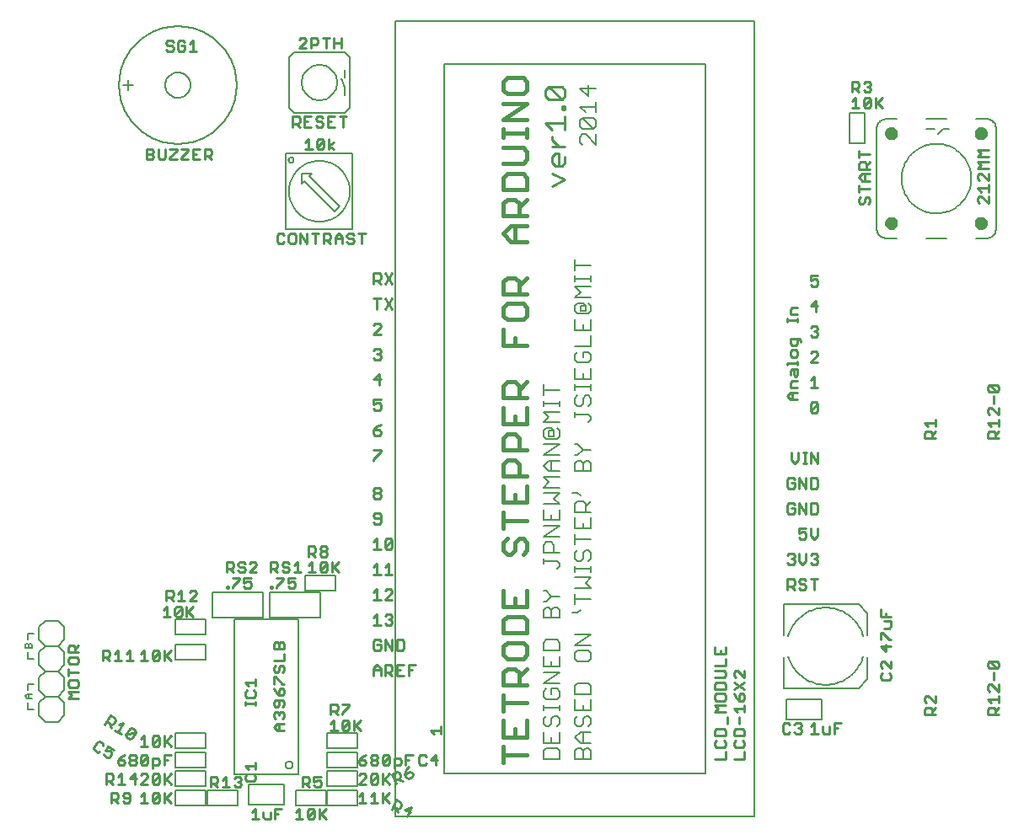
<source format=gto>
G75*
%MOIN*%
%OFA0B0*%
%FSLAX24Y24*%
%IPPOS*%
%LPD*%
%AMOC8*
5,1,8,0,0,1.08239X$1,22.5*
%
%ADD10C,0.0170*%
%ADD11C,0.0070*%
%ADD12C,0.0090*%
%ADD13C,0.0080*%
%ADD14C,0.0060*%
%ADD15C,0.0276*%
D10*
X021924Y010335D02*
X021924Y010969D01*
X021924Y010652D02*
X022875Y010652D01*
X022875Y011366D02*
X022875Y012000D01*
X022875Y011366D02*
X021924Y011366D01*
X021924Y012000D01*
X021924Y012398D02*
X021924Y013031D01*
X021924Y012714D02*
X022875Y012714D01*
X022875Y013429D02*
X021924Y013429D01*
X021924Y013904D01*
X022083Y014063D01*
X022400Y014063D01*
X022558Y013904D01*
X022558Y013429D01*
X022558Y013746D02*
X022875Y014063D01*
X022717Y014460D02*
X022875Y014619D01*
X022875Y014936D01*
X022717Y015094D01*
X022083Y015094D01*
X021924Y014936D01*
X021924Y014619D01*
X022083Y014460D01*
X022717Y014460D01*
X022875Y015491D02*
X021924Y015491D01*
X021924Y015967D01*
X022083Y016125D01*
X022717Y016125D01*
X022875Y015967D01*
X022875Y015491D01*
X022875Y016523D02*
X021924Y016523D01*
X021924Y017157D01*
X022400Y016840D02*
X022400Y016523D01*
X022875Y016523D02*
X022875Y017157D01*
X022717Y018585D02*
X022875Y018744D01*
X022875Y019061D01*
X022717Y019219D01*
X022558Y019219D01*
X022400Y019061D01*
X022400Y018744D01*
X022241Y018585D01*
X022083Y018585D01*
X021924Y018744D01*
X021924Y019061D01*
X022083Y019219D01*
X021924Y019617D02*
X021924Y020250D01*
X021924Y019933D02*
X022875Y019933D01*
X022875Y020648D02*
X022875Y021282D01*
X022875Y021679D02*
X021924Y021679D01*
X021924Y022154D01*
X022083Y022313D01*
X022400Y022313D01*
X022558Y022154D01*
X022558Y021679D01*
X022400Y020965D02*
X022400Y020648D01*
X022875Y020648D02*
X021924Y020648D01*
X021924Y021282D01*
X021924Y022710D02*
X021924Y023186D01*
X022083Y023344D01*
X022400Y023344D01*
X022558Y023186D01*
X022558Y022710D01*
X022875Y022710D02*
X021924Y022710D01*
X021924Y023742D02*
X022875Y023742D01*
X022875Y024376D01*
X022875Y024773D02*
X021924Y024773D01*
X021924Y025248D01*
X022083Y025407D01*
X022400Y025407D01*
X022558Y025248D01*
X022558Y024773D01*
X022558Y025090D02*
X022875Y025407D01*
X021924Y024376D02*
X021924Y023742D01*
X022400Y023742D02*
X022400Y024059D01*
X022400Y026835D02*
X022400Y027152D01*
X022875Y026835D02*
X021924Y026835D01*
X021924Y027469D01*
X022083Y027867D02*
X021924Y028025D01*
X021924Y028342D01*
X022083Y028501D01*
X022717Y028501D01*
X022875Y028342D01*
X022875Y028025D01*
X022717Y027867D01*
X022083Y027867D01*
X021924Y028898D02*
X021924Y029373D01*
X022083Y029532D01*
X022400Y029532D01*
X022558Y029373D01*
X022558Y028898D01*
X022558Y029215D02*
X022875Y029532D01*
X022875Y028898D02*
X021924Y028898D01*
X022241Y030961D02*
X021924Y031278D01*
X022241Y031594D01*
X022875Y031594D01*
X022875Y031992D02*
X021924Y031992D01*
X021924Y032467D01*
X022083Y032626D01*
X022400Y032626D01*
X022558Y032467D01*
X022558Y031992D01*
X022558Y032309D02*
X022875Y032626D01*
X022875Y033023D02*
X022875Y033499D01*
X022717Y033657D01*
X022083Y033657D01*
X021924Y033499D01*
X021924Y033023D01*
X022875Y033023D01*
X022717Y034054D02*
X022875Y034213D01*
X022875Y034530D01*
X022717Y034688D01*
X021924Y034688D01*
X021924Y035086D02*
X021924Y035403D01*
X021924Y035244D02*
X022875Y035244D01*
X022875Y035086D02*
X022875Y035403D01*
X022875Y035773D02*
X021924Y035773D01*
X022875Y036407D01*
X021924Y036407D01*
X022083Y036805D02*
X021924Y036963D01*
X021924Y037280D01*
X022083Y037438D01*
X022717Y037438D01*
X022875Y037280D01*
X022875Y036963D01*
X022717Y036805D01*
X022083Y036805D01*
X021924Y034054D02*
X022717Y034054D01*
X022400Y031594D02*
X022400Y030961D01*
X022241Y030961D02*
X022875Y030961D01*
X022400Y011683D02*
X022400Y011366D01*
D11*
X023520Y011550D02*
X023520Y011130D01*
X024150Y011130D01*
X024150Y011550D01*
X024045Y011774D02*
X024150Y011879D01*
X024150Y012089D01*
X024045Y012194D01*
X023940Y012194D01*
X023835Y012089D01*
X023835Y011879D01*
X023730Y011774D01*
X023625Y011774D01*
X023520Y011879D01*
X023520Y012089D01*
X023625Y012194D01*
X023520Y012419D02*
X023520Y012629D01*
X023520Y012524D02*
X024150Y012524D01*
X024150Y012419D02*
X024150Y012629D01*
X024045Y012848D02*
X024150Y012953D01*
X024150Y013164D01*
X024045Y013269D01*
X023835Y013269D01*
X023835Y013059D01*
X023625Y013269D02*
X023520Y013164D01*
X023520Y012953D01*
X023625Y012848D01*
X024045Y012848D01*
X024150Y013493D02*
X023520Y013493D01*
X024150Y013913D01*
X023520Y013913D01*
X023520Y014137D02*
X024150Y014137D01*
X024150Y014558D01*
X024150Y014782D02*
X024150Y015097D01*
X024045Y015202D01*
X023625Y015202D01*
X023520Y015097D01*
X023520Y014782D01*
X024150Y014782D01*
X023835Y014348D02*
X023835Y014137D01*
X023520Y014137D02*
X023520Y014558D01*
X024770Y014457D02*
X024875Y014352D01*
X025295Y014352D01*
X025400Y014457D01*
X025400Y014668D01*
X025295Y014773D01*
X024875Y014773D01*
X024770Y014668D01*
X024770Y014457D01*
X024770Y014997D02*
X025400Y015417D01*
X024770Y015417D01*
X024770Y014997D02*
X025400Y014997D01*
X024875Y016286D02*
X024980Y016391D01*
X024875Y016286D02*
X024664Y016286D01*
X024770Y016608D02*
X024770Y017029D01*
X024770Y016818D02*
X025400Y016818D01*
X025400Y017253D02*
X025190Y017463D01*
X025400Y017673D01*
X024770Y017673D01*
X024770Y017897D02*
X024770Y018108D01*
X024770Y018002D02*
X025400Y018002D01*
X025400Y017897D02*
X025400Y018108D01*
X025295Y018327D02*
X025400Y018432D01*
X025400Y018642D01*
X025295Y018747D01*
X025190Y018747D01*
X025085Y018642D01*
X025085Y018432D01*
X024980Y018327D01*
X024875Y018327D01*
X024770Y018432D01*
X024770Y018642D01*
X024875Y018747D01*
X024770Y018972D02*
X024770Y019392D01*
X024770Y019182D02*
X025400Y019182D01*
X025400Y019616D02*
X025400Y020036D01*
X025400Y020261D02*
X024770Y020261D01*
X024770Y020576D01*
X024875Y020681D01*
X025085Y020681D01*
X025190Y020576D01*
X025190Y020261D01*
X025190Y020471D02*
X025400Y020681D01*
X024980Y020905D02*
X024875Y021010D01*
X024664Y021010D01*
X024150Y021003D02*
X023520Y021003D01*
X023520Y021227D02*
X023730Y021438D01*
X023520Y021648D01*
X024150Y021648D01*
X024150Y021872D02*
X023730Y021872D01*
X023520Y022082D01*
X023730Y022292D01*
X024150Y022292D01*
X024150Y022517D02*
X023520Y022517D01*
X024150Y022937D01*
X023520Y022937D01*
X023625Y023161D02*
X023520Y023266D01*
X023520Y023476D01*
X023625Y023582D01*
X023835Y023582D01*
X023940Y023476D01*
X023730Y023476D01*
X023730Y023266D01*
X023940Y023266D01*
X023940Y023476D01*
X024045Y023582D02*
X024150Y023476D01*
X024150Y023266D01*
X024045Y023161D01*
X023625Y023161D01*
X023520Y023806D02*
X023730Y024016D01*
X023520Y024226D01*
X024150Y024226D01*
X024150Y024450D02*
X024150Y024660D01*
X024150Y024555D02*
X023520Y024555D01*
X023520Y024450D02*
X023520Y024660D01*
X023520Y024880D02*
X023520Y025300D01*
X023520Y025090D02*
X024150Y025090D01*
X024770Y025095D02*
X024770Y025305D01*
X024770Y025200D02*
X025400Y025200D01*
X025400Y025095D02*
X025400Y025305D01*
X025400Y025524D02*
X025400Y025945D01*
X025295Y026169D02*
X025400Y026274D01*
X025400Y026484D01*
X025295Y026589D01*
X025085Y026589D01*
X025085Y026379D01*
X024875Y026169D02*
X025295Y026169D01*
X024875Y026169D02*
X024770Y026274D01*
X024770Y026484D01*
X024875Y026589D01*
X024770Y026814D02*
X025400Y026814D01*
X025400Y027234D01*
X025400Y027458D02*
X025400Y027879D01*
X025295Y028103D02*
X025400Y028208D01*
X025400Y028418D01*
X025295Y028523D01*
X025190Y028418D02*
X024980Y028418D01*
X024980Y028208D01*
X025190Y028208D01*
X025190Y028418D01*
X025085Y028523D01*
X024875Y028523D01*
X024770Y028418D01*
X024770Y028208D01*
X024875Y028103D01*
X025295Y028103D01*
X025085Y027668D02*
X025085Y027458D01*
X024770Y027458D02*
X025400Y027458D01*
X024770Y027458D02*
X024770Y027879D01*
X024770Y028747D02*
X024980Y028957D01*
X024770Y029168D01*
X025400Y029168D01*
X025400Y029392D02*
X025400Y029602D01*
X025400Y029497D02*
X024770Y029497D01*
X024770Y029392D02*
X024770Y029602D01*
X024770Y029821D02*
X024770Y030242D01*
X024770Y030032D02*
X025400Y030032D01*
X025400Y028747D02*
X024770Y028747D01*
X024770Y025945D02*
X024770Y025524D01*
X025400Y025524D01*
X025085Y025524D02*
X025085Y025735D01*
X025190Y024871D02*
X025295Y024871D01*
X025400Y024766D01*
X025400Y024555D01*
X025295Y024450D01*
X025085Y024555D02*
X024980Y024450D01*
X024875Y024450D01*
X024770Y024555D01*
X024770Y024766D01*
X024875Y024871D01*
X025085Y024766D02*
X025190Y024871D01*
X025085Y024766D02*
X025085Y024555D01*
X024770Y024226D02*
X024770Y024016D01*
X024770Y024121D02*
X025295Y024121D01*
X025400Y024016D01*
X025400Y023911D01*
X025295Y023806D01*
X024875Y022937D02*
X024770Y022937D01*
X024875Y022937D02*
X025085Y022727D01*
X025400Y022727D01*
X025085Y022727D02*
X024875Y022517D01*
X024770Y022517D01*
X024875Y022292D02*
X024980Y022292D01*
X025085Y022187D01*
X025085Y021872D01*
X025400Y021872D02*
X025400Y022187D01*
X025295Y022292D01*
X025190Y022292D01*
X025085Y022187D01*
X024875Y022292D02*
X024770Y022187D01*
X024770Y021872D01*
X025400Y021872D01*
X024150Y021227D02*
X023520Y021227D01*
X023940Y020793D02*
X024150Y021003D01*
X023940Y020793D02*
X024150Y020583D01*
X023520Y020583D01*
X023520Y020359D02*
X023520Y019938D01*
X024150Y019938D01*
X024150Y020359D01*
X023835Y020149D02*
X023835Y019938D01*
X024150Y019714D02*
X023520Y019714D01*
X023520Y019294D02*
X024150Y019714D01*
X024770Y019616D02*
X025400Y019616D01*
X025085Y019616D02*
X025085Y019826D01*
X024770Y020036D02*
X024770Y019616D01*
X024150Y019294D02*
X023520Y019294D01*
X023625Y019070D02*
X023835Y019070D01*
X023940Y018965D01*
X023940Y018649D01*
X024150Y018649D02*
X023520Y018649D01*
X023520Y018965D01*
X023625Y019070D01*
X023520Y018425D02*
X023520Y018215D01*
X023520Y018320D02*
X024045Y018320D01*
X024150Y018215D01*
X024150Y018110D01*
X024045Y018005D01*
X023625Y017136D02*
X023520Y017136D01*
X023625Y017136D02*
X023835Y016926D01*
X024150Y016926D01*
X023835Y016926D02*
X023625Y016716D01*
X023520Y016716D01*
X023625Y016491D02*
X023730Y016491D01*
X023835Y016386D01*
X023835Y016071D01*
X024150Y016071D02*
X024150Y016386D01*
X024045Y016491D01*
X023940Y016491D01*
X023835Y016386D01*
X023625Y016491D02*
X023520Y016386D01*
X023520Y016071D01*
X024150Y016071D01*
X024770Y017253D02*
X025400Y017253D01*
X025295Y013484D02*
X024875Y013484D01*
X024770Y013378D01*
X024770Y013063D01*
X025400Y013063D01*
X025400Y013378D01*
X025295Y013484D01*
X025400Y012839D02*
X025400Y012419D01*
X024770Y012419D01*
X024770Y012839D01*
X025085Y012629D02*
X025085Y012419D01*
X025190Y012194D02*
X025295Y012194D01*
X025400Y012089D01*
X025400Y011879D01*
X025295Y011774D01*
X025085Y011879D02*
X025085Y012089D01*
X025190Y012194D01*
X024875Y012194D02*
X024770Y012089D01*
X024770Y011879D01*
X024875Y011774D01*
X024980Y011774D01*
X025085Y011879D01*
X025085Y011550D02*
X025085Y011130D01*
X024980Y011130D02*
X024770Y011340D01*
X024980Y011550D01*
X025400Y011550D01*
X025400Y011130D02*
X024980Y011130D01*
X024980Y010905D02*
X025085Y010800D01*
X025085Y010485D01*
X025400Y010485D02*
X024770Y010485D01*
X024770Y010800D01*
X024875Y010905D01*
X024980Y010905D01*
X025085Y010800D02*
X025190Y010905D01*
X025295Y010905D01*
X025400Y010800D01*
X025400Y010485D01*
X024150Y010485D02*
X024150Y010800D01*
X024045Y010905D01*
X023625Y010905D01*
X023520Y010800D01*
X023520Y010485D01*
X024150Y010485D01*
X023835Y011130D02*
X023835Y011340D01*
X023835Y021872D02*
X023835Y022292D01*
X024150Y023806D02*
X023520Y023806D01*
X025075Y034782D02*
X024970Y034887D01*
X024970Y035097D01*
X025075Y035202D01*
X025180Y035202D01*
X025600Y034782D01*
X025600Y035202D01*
X025495Y035426D02*
X025075Y035426D01*
X024970Y035531D01*
X024970Y035742D01*
X025075Y035847D01*
X025495Y035426D01*
X025600Y035531D01*
X025600Y035742D01*
X025495Y035847D01*
X025075Y035847D01*
X025180Y036071D02*
X024970Y036281D01*
X025600Y036281D01*
X025600Y036071D02*
X025600Y036491D01*
X025285Y036715D02*
X025285Y037136D01*
X025600Y037031D02*
X024970Y037031D01*
X025285Y036715D01*
D12*
X006434Y009155D02*
X006434Y008745D01*
X006434Y008882D02*
X006639Y008882D01*
X006708Y008950D01*
X006708Y009087D01*
X006639Y009155D01*
X006434Y009155D01*
X006571Y008882D02*
X006708Y008745D01*
X006895Y008813D02*
X006963Y008745D01*
X007100Y008745D01*
X007168Y008813D01*
X007168Y009087D01*
X007100Y009155D01*
X006963Y009155D01*
X006895Y009087D01*
X006895Y009019D01*
X006963Y008950D01*
X007168Y008950D01*
X007599Y009019D02*
X007736Y009155D01*
X007736Y008745D01*
X007872Y008745D02*
X007599Y008745D01*
X008059Y008813D02*
X008333Y009087D01*
X008333Y008813D01*
X008264Y008745D01*
X008128Y008745D01*
X008059Y008813D01*
X008059Y009087D01*
X008128Y009155D01*
X008264Y009155D01*
X008333Y009087D01*
X008520Y009155D02*
X008520Y008745D01*
X008520Y008882D02*
X008793Y009155D01*
X008588Y008950D02*
X008793Y008745D01*
X008793Y009495D02*
X008588Y009700D01*
X008520Y009632D02*
X008793Y009905D01*
X008520Y009905D02*
X008520Y009495D01*
X008333Y009563D02*
X008333Y009837D01*
X008059Y009563D01*
X008128Y009495D01*
X008264Y009495D01*
X008333Y009563D01*
X008059Y009563D02*
X008059Y009837D01*
X008128Y009905D01*
X008264Y009905D01*
X008333Y009837D01*
X008059Y010108D02*
X008059Y010519D01*
X008264Y010519D01*
X008333Y010450D01*
X008333Y010313D01*
X008264Y010245D01*
X008059Y010245D01*
X007872Y010313D02*
X007872Y010587D01*
X007599Y010313D01*
X007667Y010245D01*
X007804Y010245D01*
X007872Y010313D01*
X007599Y010313D02*
X007599Y010587D01*
X007667Y010655D01*
X007804Y010655D01*
X007872Y010587D01*
X007872Y010995D02*
X007599Y010995D01*
X007736Y010995D02*
X007736Y011405D01*
X007599Y011269D01*
X007381Y011548D02*
X007007Y011448D01*
X007032Y011354D01*
X007150Y011286D01*
X007244Y011311D01*
X007381Y011548D01*
X007356Y011641D01*
X007237Y011710D01*
X007144Y011685D01*
X007007Y011448D01*
X006811Y011482D02*
X006574Y011619D01*
X006693Y011550D02*
X006898Y011906D01*
X006711Y011856D01*
X006583Y012008D02*
X006515Y011890D01*
X006421Y011865D01*
X006244Y011968D01*
X006362Y011899D02*
X006412Y011712D01*
X006175Y011849D02*
X006381Y012204D01*
X006558Y012102D01*
X006583Y012008D01*
X006082Y011122D02*
X005963Y011190D01*
X005870Y011165D01*
X005733Y010928D01*
X005758Y010835D01*
X005877Y010766D01*
X005970Y010791D01*
X006132Y010698D02*
X006157Y010604D01*
X006275Y010536D01*
X006369Y010561D01*
X006437Y010680D01*
X006412Y010773D01*
X006353Y010807D01*
X006200Y010816D01*
X006303Y010994D01*
X006540Y010857D01*
X006815Y010587D02*
X006678Y010450D01*
X006883Y010450D01*
X006952Y010382D01*
X006952Y010313D01*
X006883Y010245D01*
X006746Y010245D01*
X006678Y010313D01*
X006678Y010450D01*
X006815Y010587D02*
X006952Y010655D01*
X007138Y010587D02*
X007138Y010519D01*
X007207Y010450D01*
X007344Y010450D01*
X007412Y010382D01*
X007412Y010313D01*
X007344Y010245D01*
X007207Y010245D01*
X007138Y010313D01*
X007138Y010382D01*
X007207Y010450D01*
X007344Y010450D02*
X007412Y010519D01*
X007412Y010587D01*
X007344Y010655D01*
X007207Y010655D01*
X007138Y010587D01*
X007350Y009905D02*
X007145Y009700D01*
X007418Y009700D01*
X007350Y009495D02*
X007350Y009905D01*
X007599Y009837D02*
X007667Y009905D01*
X007804Y009905D01*
X007872Y009837D01*
X007872Y009769D01*
X007599Y009495D01*
X007872Y009495D01*
X006958Y009495D02*
X006684Y009495D01*
X006821Y009495D02*
X006821Y009905D01*
X006684Y009769D01*
X006497Y009837D02*
X006497Y009700D01*
X006429Y009632D01*
X006224Y009632D01*
X006361Y009632D02*
X006497Y009495D01*
X006224Y009495D02*
X006224Y009905D01*
X006429Y009905D01*
X006497Y009837D01*
X006107Y011028D02*
X006082Y011122D01*
X008059Y011063D02*
X008333Y011337D01*
X008333Y011063D01*
X008264Y010995D01*
X008128Y010995D01*
X008059Y011063D01*
X008059Y011337D01*
X008128Y011405D01*
X008264Y011405D01*
X008333Y011337D01*
X008520Y011405D02*
X008520Y010995D01*
X008520Y011132D02*
X008793Y011405D01*
X008588Y011200D02*
X008793Y010995D01*
X008793Y010655D02*
X008520Y010655D01*
X008520Y010245D01*
X008520Y010450D02*
X008656Y010450D01*
X010355Y009780D02*
X010355Y009370D01*
X010355Y009507D02*
X010560Y009507D01*
X010629Y009575D01*
X010629Y009712D01*
X010560Y009780D01*
X010355Y009780D01*
X010492Y009507D02*
X010629Y009370D01*
X010815Y009370D02*
X011089Y009370D01*
X010952Y009370D02*
X010952Y009780D01*
X010815Y009644D01*
X011276Y009712D02*
X011344Y009780D01*
X011481Y009780D01*
X011549Y009712D01*
X011549Y009644D01*
X011481Y009575D01*
X011549Y009507D01*
X011549Y009438D01*
X011481Y009370D01*
X011344Y009370D01*
X011276Y009438D01*
X011413Y009575D02*
X011481Y009575D01*
X011730Y009688D02*
X011798Y009620D01*
X012072Y009620D01*
X012140Y009688D01*
X012140Y009825D01*
X012072Y009894D01*
X012140Y010080D02*
X012140Y010354D01*
X012140Y010217D02*
X011730Y010217D01*
X011866Y010080D01*
X011798Y009894D02*
X011730Y009825D01*
X011730Y009688D01*
X012117Y008530D02*
X012117Y008120D01*
X011980Y008120D02*
X012254Y008120D01*
X012440Y008188D02*
X012509Y008120D01*
X012714Y008120D01*
X012714Y008394D01*
X012901Y008325D02*
X013038Y008325D01*
X012901Y008530D02*
X013174Y008530D01*
X012901Y008530D02*
X012901Y008120D01*
X012440Y008188D02*
X012440Y008394D01*
X012117Y008530D02*
X011980Y008394D01*
X013730Y008394D02*
X013867Y008530D01*
X013867Y008120D01*
X013730Y008120D02*
X014004Y008120D01*
X014190Y008188D02*
X014464Y008462D01*
X014464Y008188D01*
X014396Y008120D01*
X014259Y008120D01*
X014190Y008188D01*
X014190Y008462D01*
X014259Y008530D01*
X014396Y008530D01*
X014464Y008462D01*
X014651Y008530D02*
X014651Y008120D01*
X014651Y008257D02*
X014924Y008530D01*
X014719Y008325D02*
X014924Y008120D01*
X014646Y009370D02*
X014509Y009370D01*
X014440Y009438D01*
X014440Y009575D02*
X014577Y009644D01*
X014646Y009644D01*
X014714Y009575D01*
X014714Y009438D01*
X014646Y009370D01*
X014440Y009575D02*
X014440Y009780D01*
X014714Y009780D01*
X014254Y009712D02*
X014254Y009575D01*
X014185Y009507D01*
X013980Y009507D01*
X014117Y009507D02*
X014254Y009370D01*
X013980Y009370D02*
X013980Y009780D01*
X014185Y009780D01*
X014254Y009712D01*
X015105Y011620D02*
X015379Y011620D01*
X015242Y011620D02*
X015242Y012030D01*
X015105Y011894D01*
X015105Y012245D02*
X015105Y012655D01*
X015310Y012655D01*
X015379Y012587D01*
X015379Y012450D01*
X015310Y012382D01*
X015105Y012382D01*
X015242Y012382D02*
X015379Y012245D01*
X015565Y012245D02*
X015565Y012313D01*
X015839Y012587D01*
X015839Y012655D01*
X015565Y012655D01*
X015634Y012030D02*
X015771Y012030D01*
X015839Y011962D01*
X015565Y011688D01*
X015634Y011620D01*
X015771Y011620D01*
X015839Y011688D01*
X015839Y011962D01*
X016026Y012030D02*
X016026Y011620D01*
X016026Y011757D02*
X016299Y012030D01*
X016094Y011825D02*
X016299Y011620D01*
X015565Y011688D02*
X015565Y011962D01*
X015634Y012030D01*
X016367Y010587D02*
X016230Y010450D01*
X016435Y010450D01*
X016504Y010382D01*
X016504Y010313D01*
X016435Y010245D01*
X016298Y010245D01*
X016230Y010313D01*
X016230Y010450D01*
X016367Y010587D02*
X016504Y010655D01*
X016690Y010587D02*
X016690Y010519D01*
X016759Y010450D01*
X016896Y010450D01*
X016964Y010382D01*
X016964Y010313D01*
X016896Y010245D01*
X016759Y010245D01*
X016690Y010313D01*
X016690Y010382D01*
X016759Y010450D01*
X016896Y010450D02*
X016964Y010519D01*
X016964Y010587D01*
X016896Y010655D01*
X016759Y010655D01*
X016690Y010587D01*
X017151Y010587D02*
X017151Y010313D01*
X017424Y010587D01*
X017424Y010313D01*
X017356Y010245D01*
X017219Y010245D01*
X017151Y010313D01*
X017151Y010587D02*
X017219Y010655D01*
X017356Y010655D01*
X017424Y010587D01*
X017611Y010519D02*
X017816Y010519D01*
X017885Y010450D01*
X017885Y010313D01*
X017816Y010245D01*
X017611Y010245D01*
X017611Y010108D02*
X017611Y010519D01*
X018072Y010450D02*
X018208Y010450D01*
X018072Y010245D02*
X018072Y010655D01*
X018345Y010655D01*
X018605Y010587D02*
X018605Y010313D01*
X018673Y010245D01*
X018810Y010245D01*
X018879Y010313D01*
X019065Y010450D02*
X019271Y010655D01*
X019271Y010245D01*
X019339Y010450D02*
X019065Y010450D01*
X018879Y010587D02*
X018810Y010655D01*
X018673Y010655D01*
X018605Y010587D01*
X018199Y010192D02*
X018104Y010072D01*
X018037Y009890D01*
X018223Y009977D01*
X018314Y009944D01*
X018343Y009882D01*
X018310Y009791D01*
X018186Y009733D01*
X018095Y009766D01*
X018037Y009890D01*
X017868Y009811D02*
X017835Y009720D01*
X017649Y009634D01*
X017773Y009692D02*
X017955Y009625D01*
X017868Y009811D02*
X017810Y009935D01*
X017719Y009968D01*
X017533Y009882D01*
X017707Y009510D01*
X017424Y009495D02*
X017219Y009700D01*
X017151Y009632D02*
X017424Y009905D01*
X017151Y009905D02*
X017151Y009495D01*
X016964Y009563D02*
X016896Y009495D01*
X016759Y009495D01*
X016690Y009563D01*
X016964Y009837D01*
X016964Y009563D01*
X016690Y009563D02*
X016690Y009837D01*
X016759Y009905D01*
X016896Y009905D01*
X016964Y009837D01*
X016504Y009837D02*
X016435Y009905D01*
X016298Y009905D01*
X016230Y009837D01*
X016504Y009837D02*
X016504Y009769D01*
X016230Y009495D01*
X016504Y009495D01*
X016367Y009155D02*
X016367Y008745D01*
X016230Y008745D02*
X016504Y008745D01*
X016690Y008745D02*
X016964Y008745D01*
X016827Y008745D02*
X016827Y009155D01*
X016690Y009019D01*
X016367Y009155D02*
X016230Y009019D01*
X017151Y009155D02*
X017151Y008745D01*
X017151Y008882D02*
X017424Y009155D01*
X017219Y008950D02*
X017424Y008745D01*
X017572Y008619D02*
X017758Y008532D01*
X017849Y008566D01*
X017907Y008689D01*
X017874Y008780D01*
X017688Y008867D01*
X017514Y008495D01*
X017696Y008561D02*
X017762Y008380D01*
X018018Y008487D02*
X018266Y008371D01*
X018291Y008586D02*
X018018Y008487D01*
X018117Y008214D02*
X018291Y008586D01*
X019191Y011495D02*
X019055Y011632D01*
X019465Y011632D01*
X019465Y011495D02*
X019465Y011769D01*
X018186Y013795D02*
X018186Y014205D01*
X018460Y014205D01*
X018323Y014000D02*
X018186Y014000D01*
X017999Y013795D02*
X017726Y013795D01*
X017726Y014205D01*
X017999Y014205D01*
X017863Y014000D02*
X017726Y014000D01*
X017539Y014000D02*
X017471Y013932D01*
X017265Y013932D01*
X017265Y013795D02*
X017265Y014205D01*
X017471Y014205D01*
X017539Y014137D01*
X017539Y014000D01*
X017402Y013932D02*
X017539Y013795D01*
X017079Y013795D02*
X017079Y014069D01*
X016942Y014205D01*
X016805Y014069D01*
X016805Y013795D01*
X016805Y014000D02*
X017079Y014000D01*
X017010Y014795D02*
X016873Y014795D01*
X016805Y014863D01*
X016805Y015137D01*
X016873Y015205D01*
X017010Y015205D01*
X017079Y015137D01*
X017079Y015000D02*
X016942Y015000D01*
X017079Y015000D02*
X017079Y014863D01*
X017010Y014795D01*
X017265Y014795D02*
X017265Y015205D01*
X017539Y014795D01*
X017539Y015205D01*
X017726Y015205D02*
X017931Y015205D01*
X017999Y015137D01*
X017999Y014863D01*
X017931Y014795D01*
X017726Y014795D01*
X017726Y015205D01*
X017471Y015795D02*
X017334Y015795D01*
X017265Y015863D01*
X017402Y016000D02*
X017471Y016000D01*
X017539Y015932D01*
X017539Y015863D01*
X017471Y015795D01*
X017471Y016000D02*
X017539Y016069D01*
X017539Y016137D01*
X017471Y016205D01*
X017334Y016205D01*
X017265Y016137D01*
X016942Y016205D02*
X016942Y015795D01*
X016805Y015795D02*
X017079Y015795D01*
X016805Y016069D02*
X016942Y016205D01*
X016942Y016795D02*
X016942Y017205D01*
X016805Y017069D01*
X016805Y016795D02*
X017079Y016795D01*
X017265Y016795D02*
X017539Y017069D01*
X017539Y017137D01*
X017471Y017205D01*
X017334Y017205D01*
X017265Y017137D01*
X017265Y016795D02*
X017539Y016795D01*
X017539Y017795D02*
X017265Y017795D01*
X017402Y017795D02*
X017402Y018205D01*
X017265Y018069D01*
X017079Y017795D02*
X016805Y017795D01*
X016942Y017795D02*
X016942Y018205D01*
X016805Y018069D01*
X016805Y018795D02*
X017079Y018795D01*
X016942Y018795D02*
X016942Y019205D01*
X016805Y019069D01*
X017265Y019137D02*
X017265Y018863D01*
X017539Y019137D01*
X017539Y018863D01*
X017471Y018795D01*
X017334Y018795D01*
X017265Y018863D01*
X017265Y019137D02*
X017334Y019205D01*
X017471Y019205D01*
X017539Y019137D01*
X017010Y019795D02*
X016873Y019795D01*
X016805Y019863D01*
X016873Y020000D02*
X017079Y020000D01*
X017079Y019863D02*
X017079Y020137D01*
X017010Y020205D01*
X016873Y020205D01*
X016805Y020137D01*
X016805Y020069D01*
X016873Y020000D01*
X017010Y019795D02*
X017079Y019863D01*
X017010Y020795D02*
X016873Y020795D01*
X016805Y020863D01*
X016805Y020932D01*
X016873Y021000D01*
X017010Y021000D01*
X017079Y020932D01*
X017079Y020863D01*
X017010Y020795D01*
X017010Y021000D02*
X017079Y021069D01*
X017079Y021137D01*
X017010Y021205D01*
X016873Y021205D01*
X016805Y021137D01*
X016805Y021069D01*
X016873Y021000D01*
X016805Y022295D02*
X016805Y022363D01*
X017079Y022637D01*
X017079Y022705D01*
X016805Y022705D01*
X016873Y023295D02*
X017010Y023295D01*
X017079Y023363D01*
X017079Y023432D01*
X017010Y023500D01*
X016805Y023500D01*
X016805Y023363D01*
X016873Y023295D01*
X016805Y023500D02*
X016942Y023637D01*
X017079Y023705D01*
X017010Y024295D02*
X016873Y024295D01*
X016805Y024363D01*
X016805Y024500D02*
X016942Y024569D01*
X017010Y024569D01*
X017079Y024500D01*
X017079Y024363D01*
X017010Y024295D01*
X016805Y024500D02*
X016805Y024705D01*
X017079Y024705D01*
X017010Y025295D02*
X017010Y025705D01*
X016805Y025500D01*
X017079Y025500D01*
X017010Y026295D02*
X016873Y026295D01*
X016805Y026363D01*
X016942Y026500D02*
X017010Y026500D01*
X017079Y026432D01*
X017079Y026363D01*
X017010Y026295D01*
X017010Y026500D02*
X017079Y026569D01*
X017079Y026637D01*
X017010Y026705D01*
X016873Y026705D01*
X016805Y026637D01*
X016805Y027295D02*
X017079Y027569D01*
X017079Y027637D01*
X017010Y027705D01*
X016873Y027705D01*
X016805Y027637D01*
X016805Y027295D02*
X017079Y027295D01*
X016942Y028295D02*
X016942Y028705D01*
X016805Y028705D02*
X017079Y028705D01*
X017265Y028705D02*
X017539Y028295D01*
X017265Y028295D02*
X017539Y028705D01*
X017539Y029295D02*
X017265Y029705D01*
X017079Y029637D02*
X017079Y029500D01*
X017010Y029432D01*
X016805Y029432D01*
X016942Y029432D02*
X017079Y029295D01*
X017265Y029295D02*
X017539Y029705D01*
X017079Y029637D02*
X017010Y029705D01*
X016805Y029705D01*
X016805Y029295D01*
X016340Y030870D02*
X016340Y031280D01*
X016476Y031280D02*
X016203Y031280D01*
X016016Y031212D02*
X015948Y031280D01*
X015811Y031280D01*
X015742Y031212D01*
X015742Y031144D01*
X015811Y031075D01*
X015948Y031075D01*
X016016Y031007D01*
X016016Y030938D01*
X015948Y030870D01*
X015811Y030870D01*
X015742Y030938D01*
X015556Y030870D02*
X015556Y031144D01*
X015419Y031280D01*
X015282Y031144D01*
X015282Y030870D01*
X015095Y030870D02*
X014958Y031007D01*
X015027Y031007D02*
X014822Y031007D01*
X014822Y030870D02*
X014822Y031280D01*
X015027Y031280D01*
X015095Y031212D01*
X015095Y031075D01*
X015027Y031007D01*
X015282Y031075D02*
X015556Y031075D01*
X014635Y031280D02*
X014361Y031280D01*
X014498Y031280D02*
X014498Y030870D01*
X014174Y030870D02*
X014174Y031280D01*
X013901Y031280D02*
X013901Y030870D01*
X013714Y030938D02*
X013714Y031212D01*
X013646Y031280D01*
X013509Y031280D01*
X013440Y031212D01*
X013440Y030938D01*
X013509Y030870D01*
X013646Y030870D01*
X013714Y030938D01*
X013901Y031280D02*
X014174Y030870D01*
X013254Y030938D02*
X013185Y030870D01*
X013048Y030870D01*
X012980Y030938D01*
X012980Y031212D01*
X013048Y031280D01*
X013185Y031280D01*
X013254Y031212D01*
X010394Y034206D02*
X010257Y034343D01*
X010325Y034343D02*
X010120Y034343D01*
X010120Y034206D02*
X010120Y034616D01*
X010325Y034616D01*
X010394Y034548D01*
X010394Y034411D01*
X010325Y034343D01*
X009933Y034206D02*
X009660Y034206D01*
X009660Y034616D01*
X009933Y034616D01*
X009796Y034411D02*
X009660Y034411D01*
X009473Y034548D02*
X009199Y034274D01*
X009199Y034206D01*
X009473Y034206D01*
X009473Y034548D02*
X009473Y034616D01*
X009199Y034616D01*
X009012Y034616D02*
X009012Y034548D01*
X008739Y034274D01*
X008739Y034206D01*
X009012Y034206D01*
X009012Y034616D02*
X008739Y034616D01*
X008552Y034616D02*
X008552Y034274D01*
X008484Y034206D01*
X008347Y034206D01*
X008278Y034274D01*
X008278Y034616D01*
X008092Y034548D02*
X008092Y034480D01*
X008023Y034411D01*
X007818Y034411D01*
X007818Y034206D02*
X008023Y034206D01*
X008092Y034274D01*
X008092Y034343D01*
X008023Y034411D01*
X008092Y034548D02*
X008023Y034616D01*
X007818Y034616D01*
X007818Y034206D01*
X008673Y038495D02*
X008605Y038563D01*
X008673Y038495D02*
X008810Y038495D01*
X008879Y038563D01*
X008879Y038632D01*
X008810Y038700D01*
X008673Y038700D01*
X008605Y038769D01*
X008605Y038837D01*
X008673Y038905D01*
X008810Y038905D01*
X008879Y038837D01*
X009065Y038837D02*
X009065Y038563D01*
X009134Y038495D01*
X009271Y038495D01*
X009339Y038563D01*
X009339Y038700D01*
X009202Y038700D01*
X009065Y038837D02*
X009134Y038905D01*
X009271Y038905D01*
X009339Y038837D01*
X009526Y038769D02*
X009663Y038905D01*
X009663Y038495D01*
X009799Y038495D02*
X009526Y038495D01*
X013855Y038620D02*
X014129Y038894D01*
X014129Y038962D01*
X014060Y039030D01*
X013923Y039030D01*
X013855Y038962D01*
X013855Y038620D02*
X014129Y038620D01*
X014315Y038620D02*
X014315Y039030D01*
X014521Y039030D01*
X014589Y038962D01*
X014589Y038825D01*
X014521Y038757D01*
X014315Y038757D01*
X014776Y039030D02*
X015049Y039030D01*
X014913Y039030D02*
X014913Y038620D01*
X015236Y038620D02*
X015236Y039030D01*
X015236Y038825D02*
X015510Y038825D01*
X015510Y039030D02*
X015510Y038620D01*
X015447Y035905D02*
X015720Y035905D01*
X015583Y035905D02*
X015583Y035495D01*
X015260Y035495D02*
X014986Y035495D01*
X014986Y035905D01*
X015260Y035905D01*
X015123Y035700D02*
X014986Y035700D01*
X014799Y035632D02*
X014799Y035563D01*
X014731Y035495D01*
X014594Y035495D01*
X014526Y035563D01*
X014594Y035700D02*
X014731Y035700D01*
X014799Y035632D01*
X014799Y035837D02*
X014731Y035905D01*
X014594Y035905D01*
X014526Y035837D01*
X014526Y035769D01*
X014594Y035700D01*
X014339Y035495D02*
X014065Y035495D01*
X014065Y035905D01*
X014339Y035905D01*
X014202Y035700D02*
X014065Y035700D01*
X013879Y035700D02*
X013879Y035837D01*
X013810Y035905D01*
X013605Y035905D01*
X013605Y035495D01*
X013605Y035632D02*
X013810Y035632D01*
X013879Y035700D01*
X013742Y035632D02*
X013879Y035495D01*
X014242Y035030D02*
X014242Y034620D01*
X014105Y034620D02*
X014379Y034620D01*
X014565Y034688D02*
X014839Y034962D01*
X014839Y034688D01*
X014771Y034620D01*
X014634Y034620D01*
X014565Y034688D01*
X014565Y034962D01*
X014634Y035030D01*
X014771Y035030D01*
X014839Y034962D01*
X015026Y035030D02*
X015026Y034620D01*
X015026Y034757D02*
X015231Y034894D01*
X015026Y034757D02*
X015231Y034620D01*
X014242Y035030D02*
X014105Y034894D01*
X023604Y035647D02*
X024375Y035647D01*
X024375Y035390D02*
X024375Y035904D01*
X024375Y036182D02*
X024375Y036311D01*
X024247Y036311D01*
X024247Y036182D01*
X024375Y036182D01*
X024247Y036578D02*
X023733Y037092D01*
X024247Y037092D01*
X024375Y036963D01*
X024375Y036707D01*
X024247Y036578D01*
X023733Y036578D01*
X023604Y036707D01*
X023604Y036963D01*
X023733Y037092D01*
X023604Y035647D02*
X023861Y035390D01*
X023861Y035116D02*
X023861Y034987D01*
X024118Y034730D01*
X024375Y034730D02*
X023861Y034730D01*
X023990Y034452D02*
X024118Y034452D01*
X024118Y033939D01*
X023990Y033939D02*
X024247Y033939D01*
X024375Y034067D01*
X024375Y034324D01*
X023990Y034452D02*
X023861Y034324D01*
X023861Y034067D01*
X023990Y033939D01*
X023861Y033660D02*
X024375Y033404D01*
X023861Y033147D01*
X033296Y028290D02*
X033296Y028085D01*
X033570Y028085D01*
X033570Y027914D02*
X033570Y027778D01*
X033570Y027846D02*
X033160Y027846D01*
X033160Y027778D02*
X033160Y027914D01*
X033296Y028290D02*
X033365Y028358D01*
X033570Y028358D01*
X034100Y028400D02*
X034373Y028400D01*
X034305Y028195D02*
X034305Y028605D01*
X034100Y028400D01*
X034168Y027605D02*
X034305Y027605D01*
X034373Y027537D01*
X034373Y027469D01*
X034305Y027400D01*
X034373Y027332D01*
X034373Y027263D01*
X034305Y027195D01*
X034168Y027195D01*
X034100Y027263D01*
X034236Y027400D02*
X034305Y027400D01*
X034100Y027537D02*
X034168Y027605D01*
X033638Y027130D02*
X033296Y027130D01*
X033296Y026925D01*
X033365Y026857D01*
X033502Y026857D01*
X033570Y026925D01*
X033570Y027130D01*
X033638Y027130D02*
X033707Y027062D01*
X033707Y026994D01*
X033502Y026670D02*
X033365Y026670D01*
X033296Y026602D01*
X033296Y026465D01*
X033365Y026396D01*
X033502Y026396D01*
X033570Y026465D01*
X033570Y026602D01*
X033502Y026670D01*
X033570Y026226D02*
X033570Y026090D01*
X033570Y026158D02*
X033160Y026158D01*
X033160Y026090D01*
X033365Y025903D02*
X033570Y025903D01*
X033570Y025698D01*
X033502Y025629D01*
X033433Y025698D01*
X033433Y025903D01*
X033365Y025903D02*
X033296Y025834D01*
X033296Y025698D01*
X033365Y025442D02*
X033570Y025442D01*
X033365Y025442D02*
X033296Y025374D01*
X033296Y025169D01*
X033570Y025169D01*
X033570Y024982D02*
X033296Y024982D01*
X033160Y024845D01*
X033296Y024708D01*
X033570Y024708D01*
X033365Y024708D02*
X033365Y024982D01*
X034100Y025195D02*
X034373Y025195D01*
X034236Y025195D02*
X034236Y025605D01*
X034100Y025469D01*
X034100Y026195D02*
X034373Y026469D01*
X034373Y026537D01*
X034305Y026605D01*
X034168Y026605D01*
X034100Y026537D01*
X034100Y026195D02*
X034373Y026195D01*
X034305Y024605D02*
X034168Y024605D01*
X034100Y024537D01*
X034100Y024263D01*
X034373Y024537D01*
X034373Y024263D01*
X034305Y024195D01*
X034168Y024195D01*
X034100Y024263D01*
X034373Y024537D02*
X034305Y024605D01*
X034373Y022605D02*
X034373Y022195D01*
X034100Y022605D01*
X034100Y022195D01*
X033929Y022195D02*
X033793Y022195D01*
X033861Y022195D02*
X033861Y022605D01*
X033793Y022605D02*
X033929Y022605D01*
X033606Y022605D02*
X033606Y022332D01*
X033469Y022195D01*
X033332Y022332D01*
X033332Y022605D01*
X033379Y021605D02*
X033242Y021605D01*
X033174Y021537D01*
X033174Y021263D01*
X033242Y021195D01*
X033379Y021195D01*
X033447Y021263D01*
X033447Y021400D01*
X033311Y021400D01*
X033447Y021537D02*
X033379Y021605D01*
X033634Y021605D02*
X033634Y021195D01*
X033908Y021195D02*
X033634Y021605D01*
X033908Y021605D02*
X033908Y021195D01*
X034095Y021195D02*
X034300Y021195D01*
X034368Y021263D01*
X034368Y021537D01*
X034300Y021605D01*
X034095Y021605D01*
X034095Y021195D01*
X034095Y020605D02*
X034300Y020605D01*
X034368Y020537D01*
X034368Y020263D01*
X034300Y020195D01*
X034095Y020195D01*
X034095Y020605D01*
X033908Y020605D02*
X033908Y020195D01*
X033634Y020605D01*
X033634Y020195D01*
X033447Y020263D02*
X033447Y020400D01*
X033311Y020400D01*
X033447Y020263D02*
X033379Y020195D01*
X033242Y020195D01*
X033174Y020263D01*
X033174Y020537D01*
X033242Y020605D01*
X033379Y020605D01*
X033447Y020537D01*
X033634Y019605D02*
X033634Y019400D01*
X033771Y019469D01*
X033839Y019469D01*
X033908Y019400D01*
X033908Y019263D01*
X033839Y019195D01*
X033703Y019195D01*
X033634Y019263D01*
X033634Y019605D02*
X033908Y019605D01*
X034095Y019605D02*
X034095Y019332D01*
X034231Y019195D01*
X034368Y019332D01*
X034368Y019605D01*
X034300Y018605D02*
X034163Y018605D01*
X034095Y018537D01*
X034231Y018400D02*
X034300Y018400D01*
X034368Y018332D01*
X034368Y018263D01*
X034300Y018195D01*
X034163Y018195D01*
X034095Y018263D01*
X033908Y018332D02*
X033908Y018605D01*
X033908Y018332D02*
X033771Y018195D01*
X033634Y018332D01*
X033634Y018605D01*
X033447Y018537D02*
X033447Y018469D01*
X033379Y018400D01*
X033447Y018332D01*
X033447Y018263D01*
X033379Y018195D01*
X033242Y018195D01*
X033174Y018263D01*
X033311Y018400D02*
X033379Y018400D01*
X033447Y018537D02*
X033379Y018605D01*
X033242Y018605D01*
X033174Y018537D01*
X033174Y017605D02*
X033379Y017605D01*
X033447Y017537D01*
X033447Y017400D01*
X033379Y017332D01*
X033174Y017332D01*
X033311Y017332D02*
X033447Y017195D01*
X033634Y017263D02*
X033703Y017195D01*
X033839Y017195D01*
X033908Y017263D01*
X033908Y017332D01*
X033839Y017400D01*
X033703Y017400D01*
X033634Y017469D01*
X033634Y017537D01*
X033703Y017605D01*
X033839Y017605D01*
X033908Y017537D01*
X034095Y017605D02*
X034368Y017605D01*
X034231Y017605D02*
X034231Y017195D01*
X033174Y017195D02*
X033174Y017605D01*
X034300Y018400D02*
X034368Y018469D01*
X034368Y018537D01*
X034300Y018605D01*
X036855Y016400D02*
X036855Y016126D01*
X037265Y016126D01*
X037265Y015939D02*
X036991Y015939D01*
X037060Y016126D02*
X037060Y016263D01*
X037265Y015939D02*
X037265Y015734D01*
X037197Y015666D01*
X036991Y015666D01*
X036923Y015479D02*
X037197Y015205D01*
X037265Y015205D01*
X037265Y014950D02*
X036855Y014950D01*
X037060Y014745D01*
X037060Y015019D01*
X036855Y015205D02*
X036855Y015479D01*
X036923Y015479D01*
X036923Y014354D02*
X036855Y014286D01*
X036855Y014149D01*
X036923Y014080D01*
X036923Y013894D02*
X036855Y013825D01*
X036855Y013688D01*
X036923Y013620D01*
X037197Y013620D01*
X037265Y013688D01*
X037265Y013825D01*
X037197Y013894D01*
X037265Y014080D02*
X036991Y014354D01*
X036923Y014354D01*
X037265Y014354D02*
X037265Y014080D01*
X038605Y012911D02*
X038605Y012774D01*
X038673Y012705D01*
X038673Y012519D02*
X038810Y012519D01*
X038878Y012450D01*
X038878Y012245D01*
X038878Y012382D02*
X039015Y012519D01*
X039015Y012705D02*
X038741Y012979D01*
X038673Y012979D01*
X038605Y012911D01*
X038673Y012519D02*
X038605Y012450D01*
X038605Y012245D01*
X039015Y012245D01*
X039015Y012705D02*
X039015Y012979D01*
X041105Y012842D02*
X041515Y012842D01*
X041515Y012705D02*
X041515Y012979D01*
X041515Y013166D02*
X041241Y013439D01*
X041173Y013439D01*
X041105Y013371D01*
X041105Y013234D01*
X041173Y013166D01*
X041105Y012842D02*
X041241Y012705D01*
X041173Y012519D02*
X041310Y012519D01*
X041378Y012450D01*
X041378Y012245D01*
X041378Y012382D02*
X041515Y012519D01*
X041515Y012245D02*
X041105Y012245D01*
X041105Y012450D01*
X041173Y012519D01*
X041515Y013166D02*
X041515Y013439D01*
X041310Y013626D02*
X041310Y013900D01*
X041447Y014087D02*
X041173Y014360D01*
X041447Y014360D01*
X041515Y014292D01*
X041515Y014155D01*
X041447Y014087D01*
X041173Y014087D01*
X041105Y014155D01*
X041105Y014292D01*
X041173Y014360D01*
X035299Y011905D02*
X035026Y011905D01*
X035026Y011495D01*
X034839Y011495D02*
X034839Y011769D01*
X035026Y011700D02*
X035163Y011700D01*
X034839Y011495D02*
X034634Y011495D01*
X034565Y011563D01*
X034565Y011769D01*
X034379Y011495D02*
X034105Y011495D01*
X034242Y011495D02*
X034242Y011905D01*
X034105Y011769D01*
X033714Y011769D02*
X033646Y011700D01*
X033714Y011632D01*
X033714Y011563D01*
X033646Y011495D01*
X033509Y011495D01*
X033440Y011563D01*
X033254Y011563D02*
X033185Y011495D01*
X033048Y011495D01*
X032980Y011563D01*
X032980Y011837D01*
X033048Y011905D01*
X033185Y011905D01*
X033254Y011837D01*
X033440Y011837D02*
X033509Y011905D01*
X033646Y011905D01*
X033714Y011837D01*
X033714Y011769D01*
X033646Y011700D02*
X033577Y011700D01*
X031465Y011621D02*
X031397Y011689D01*
X031123Y011689D01*
X031055Y011621D01*
X031055Y011416D01*
X031465Y011416D01*
X031465Y011621D01*
X031260Y011876D02*
X031260Y012150D01*
X031191Y012337D02*
X031055Y012473D01*
X031465Y012473D01*
X031465Y012337D02*
X031465Y012610D01*
X031397Y012797D02*
X031465Y012865D01*
X031465Y013002D01*
X031397Y013071D01*
X031328Y013071D01*
X031260Y013002D01*
X031260Y012797D01*
X031397Y012797D01*
X031260Y012797D02*
X031123Y012934D01*
X031055Y013071D01*
X031055Y013257D02*
X031465Y013531D01*
X031465Y013718D02*
X031191Y013991D01*
X031123Y013991D01*
X031055Y013923D01*
X031055Y013786D01*
X031123Y013718D01*
X031055Y013531D02*
X031465Y013257D01*
X031465Y013718D02*
X031465Y013991D01*
X030715Y013923D02*
X030647Y013991D01*
X030305Y013991D01*
X030305Y014178D02*
X030715Y014178D01*
X030715Y014452D01*
X030715Y014639D02*
X030305Y014639D01*
X030305Y014912D01*
X030510Y014775D02*
X030510Y014639D01*
X030715Y014639D02*
X030715Y014912D01*
X030715Y013923D02*
X030715Y013786D01*
X030647Y013718D01*
X030305Y013718D01*
X030373Y013531D02*
X030305Y013463D01*
X030305Y013257D01*
X030715Y013257D01*
X030715Y013463D01*
X030647Y013531D01*
X030373Y013531D01*
X030373Y013071D02*
X030305Y013002D01*
X030305Y012865D01*
X030373Y012797D01*
X030647Y012797D01*
X030715Y012865D01*
X030715Y013002D01*
X030647Y013071D01*
X030373Y013071D01*
X030305Y012610D02*
X030715Y012610D01*
X030715Y012337D02*
X030305Y012337D01*
X030441Y012473D01*
X030305Y012610D01*
X030783Y012150D02*
X030783Y011876D01*
X030647Y011689D02*
X030373Y011689D01*
X030305Y011621D01*
X030305Y011416D01*
X030715Y011416D01*
X030715Y011621D01*
X030647Y011689D01*
X030647Y011229D02*
X030715Y011161D01*
X030715Y011024D01*
X030647Y010955D01*
X030373Y010955D01*
X030305Y011024D01*
X030305Y011161D01*
X030373Y011229D01*
X030715Y010769D02*
X030715Y010495D01*
X030305Y010495D01*
X031055Y010495D02*
X031465Y010495D01*
X031465Y010769D01*
X031397Y010955D02*
X031123Y010955D01*
X031055Y011024D01*
X031055Y011161D01*
X031123Y011229D01*
X031397Y011229D02*
X031465Y011161D01*
X031465Y011024D01*
X031397Y010955D01*
X038605Y023184D02*
X038605Y023389D01*
X038673Y023458D01*
X038810Y023458D01*
X038878Y023389D01*
X038878Y023184D01*
X038878Y023321D02*
X039015Y023458D01*
X039015Y023644D02*
X039015Y023918D01*
X039015Y023781D02*
X038605Y023781D01*
X038741Y023644D01*
X038605Y023184D02*
X039015Y023184D01*
X041105Y023184D02*
X041105Y023389D01*
X041173Y023458D01*
X041310Y023458D01*
X041378Y023389D01*
X041378Y023184D01*
X041378Y023321D02*
X041515Y023458D01*
X041515Y023644D02*
X041515Y023918D01*
X041515Y023781D02*
X041105Y023781D01*
X041241Y023644D01*
X041173Y024105D02*
X041105Y024173D01*
X041105Y024310D01*
X041173Y024378D01*
X041241Y024378D01*
X041515Y024105D01*
X041515Y024378D01*
X041310Y024565D02*
X041310Y024839D01*
X041447Y025026D02*
X041173Y025299D01*
X041447Y025299D01*
X041515Y025231D01*
X041515Y025094D01*
X041447Y025026D01*
X041173Y025026D01*
X041105Y025094D01*
X041105Y025231D01*
X041173Y025299D01*
X041105Y023184D02*
X041515Y023184D01*
X034373Y029263D02*
X034305Y029195D01*
X034168Y029195D01*
X034100Y029263D01*
X034100Y029400D02*
X034236Y029469D01*
X034305Y029469D01*
X034373Y029400D01*
X034373Y029263D01*
X034100Y029400D02*
X034100Y029605D01*
X034373Y029605D01*
X036073Y032445D02*
X036141Y032445D01*
X036210Y032513D01*
X036210Y032650D01*
X036278Y032719D01*
X036347Y032719D01*
X036415Y032650D01*
X036415Y032513D01*
X036347Y032445D01*
X036073Y032445D02*
X036005Y032513D01*
X036005Y032650D01*
X036073Y032719D01*
X036005Y032905D02*
X036005Y033179D01*
X036005Y033042D02*
X036415Y033042D01*
X036415Y033366D02*
X036141Y033366D01*
X036005Y033503D01*
X036141Y033639D01*
X036415Y033639D01*
X036415Y033826D02*
X036005Y033826D01*
X036005Y034031D01*
X036073Y034100D01*
X036210Y034100D01*
X036278Y034031D01*
X036278Y033826D01*
X036278Y033963D02*
X036415Y034100D01*
X036415Y034423D02*
X036005Y034423D01*
X036005Y034287D02*
X036005Y034560D01*
X036210Y033639D02*
X036210Y033366D01*
X036259Y036245D02*
X036190Y036313D01*
X036464Y036587D01*
X036464Y036313D01*
X036396Y036245D01*
X036259Y036245D01*
X036190Y036313D02*
X036190Y036587D01*
X036259Y036655D01*
X036396Y036655D01*
X036464Y036587D01*
X036651Y036655D02*
X036651Y036245D01*
X036651Y036382D02*
X036924Y036655D01*
X036719Y036450D02*
X036924Y036245D01*
X036396Y036870D02*
X036259Y036870D01*
X036190Y036938D01*
X036327Y037075D02*
X036396Y037075D01*
X036464Y037007D01*
X036464Y036938D01*
X036396Y036870D01*
X036396Y037075D02*
X036464Y037144D01*
X036464Y037212D01*
X036396Y037280D01*
X036259Y037280D01*
X036190Y037212D01*
X036004Y037212D02*
X036004Y037075D01*
X035935Y037007D01*
X035730Y037007D01*
X035867Y037007D02*
X036004Y036870D01*
X035867Y036655D02*
X035867Y036245D01*
X035730Y036245D02*
X036004Y036245D01*
X035730Y036519D02*
X035867Y036655D01*
X035730Y036870D02*
X035730Y037280D01*
X035935Y037280D01*
X036004Y037212D01*
X040705Y034585D02*
X040841Y034448D01*
X040705Y034312D01*
X041115Y034312D01*
X041115Y034125D02*
X040705Y034125D01*
X040841Y033988D01*
X040705Y033851D01*
X041115Y033851D01*
X041115Y033664D02*
X041115Y033391D01*
X040841Y033664D01*
X040773Y033664D01*
X040705Y033596D01*
X040705Y033459D01*
X040773Y033391D01*
X040705Y033067D02*
X041115Y033067D01*
X041115Y032930D02*
X041115Y033204D01*
X040841Y032930D02*
X040705Y033067D01*
X040773Y032744D02*
X040705Y032675D01*
X040705Y032538D01*
X040773Y032470D01*
X040773Y032744D02*
X040841Y032744D01*
X041115Y032470D01*
X041115Y032744D01*
X041115Y034585D02*
X040705Y034585D01*
X015424Y018280D02*
X015151Y018007D01*
X015219Y018075D02*
X015424Y017870D01*
X015151Y017870D02*
X015151Y018280D01*
X014964Y018212D02*
X014690Y017938D01*
X014759Y017870D01*
X014896Y017870D01*
X014964Y017938D01*
X014964Y018212D01*
X014896Y018280D01*
X014759Y018280D01*
X014690Y018212D01*
X014690Y017938D01*
X014504Y017870D02*
X014230Y017870D01*
X014367Y017870D02*
X014367Y018280D01*
X014230Y018144D01*
X014230Y018495D02*
X014230Y018905D01*
X014435Y018905D01*
X014504Y018837D01*
X014504Y018700D01*
X014435Y018632D01*
X014230Y018632D01*
X014367Y018632D02*
X014504Y018495D01*
X014690Y018563D02*
X014690Y018632D01*
X014759Y018700D01*
X014896Y018700D01*
X014964Y018632D01*
X014964Y018563D01*
X014896Y018495D01*
X014759Y018495D01*
X014690Y018563D01*
X014759Y018700D02*
X014690Y018769D01*
X014690Y018837D01*
X014759Y018905D01*
X014896Y018905D01*
X014964Y018837D01*
X014964Y018769D01*
X014896Y018700D01*
X013788Y018280D02*
X013788Y017870D01*
X013924Y017870D02*
X013651Y017870D01*
X013464Y017938D02*
X013396Y017870D01*
X013259Y017870D01*
X013190Y017938D01*
X013259Y018075D02*
X013396Y018075D01*
X013464Y018007D01*
X013464Y017938D01*
X013259Y018075D02*
X013190Y018144D01*
X013190Y018212D01*
X013259Y018280D01*
X013396Y018280D01*
X013464Y018212D01*
X013651Y018144D02*
X013788Y018280D01*
X013694Y017655D02*
X013421Y017655D01*
X013421Y017450D01*
X013557Y017519D01*
X013626Y017519D01*
X013694Y017450D01*
X013694Y017313D01*
X013626Y017245D01*
X013489Y017245D01*
X013421Y017313D01*
X013234Y017587D02*
X012960Y017313D01*
X012960Y017245D01*
X012798Y017245D02*
X012730Y017245D01*
X012730Y017313D01*
X012798Y017313D01*
X012798Y017245D01*
X012960Y017655D02*
X013234Y017655D01*
X013234Y017587D01*
X013004Y017870D02*
X012867Y018007D01*
X012935Y018007D02*
X012730Y018007D01*
X012730Y017870D02*
X012730Y018280D01*
X012935Y018280D01*
X013004Y018212D01*
X013004Y018075D01*
X012935Y018007D01*
X012174Y018144D02*
X011901Y017870D01*
X012174Y017870D01*
X012174Y018144D02*
X012174Y018212D01*
X012106Y018280D01*
X011969Y018280D01*
X011901Y018212D01*
X011714Y018212D02*
X011646Y018280D01*
X011509Y018280D01*
X011440Y018212D01*
X011440Y018144D01*
X011509Y018075D01*
X011646Y018075D01*
X011714Y018007D01*
X011714Y017938D01*
X011646Y017870D01*
X011509Y017870D01*
X011440Y017938D01*
X011254Y017870D02*
X011117Y018007D01*
X011185Y018007D02*
X010980Y018007D01*
X010980Y017870D02*
X010980Y018280D01*
X011185Y018280D01*
X011254Y018212D01*
X011254Y018075D01*
X011185Y018007D01*
X011210Y017655D02*
X011484Y017655D01*
X011484Y017587D01*
X011210Y017313D01*
X011210Y017245D01*
X011048Y017245D02*
X010980Y017245D01*
X010980Y017313D01*
X011048Y017313D01*
X011048Y017245D01*
X011671Y017313D02*
X011739Y017245D01*
X011876Y017245D01*
X011944Y017313D01*
X011944Y017450D01*
X011876Y017519D01*
X011807Y017519D01*
X011671Y017450D01*
X011671Y017655D01*
X011944Y017655D01*
X009799Y017087D02*
X009731Y017155D01*
X009594Y017155D01*
X009526Y017087D01*
X009799Y017087D02*
X009799Y017019D01*
X009526Y016745D01*
X009799Y016745D01*
X009674Y016530D02*
X009401Y016257D01*
X009469Y016325D02*
X009674Y016120D01*
X009401Y016120D02*
X009401Y016530D01*
X009214Y016462D02*
X008940Y016188D01*
X009009Y016120D01*
X009146Y016120D01*
X009214Y016188D01*
X009214Y016462D01*
X009146Y016530D01*
X009009Y016530D01*
X008940Y016462D01*
X008940Y016188D01*
X008754Y016120D02*
X008480Y016120D01*
X008617Y016120D02*
X008617Y016530D01*
X008480Y016394D01*
X008605Y016745D02*
X008605Y017155D01*
X008810Y017155D01*
X008879Y017087D01*
X008879Y016950D01*
X008810Y016882D01*
X008605Y016882D01*
X008742Y016882D02*
X008879Y016745D01*
X009065Y016745D02*
X009339Y016745D01*
X009202Y016745D02*
X009202Y017155D01*
X009065Y017019D01*
X008793Y014780D02*
X008520Y014507D01*
X008588Y014575D02*
X008793Y014370D01*
X008520Y014370D02*
X008520Y014780D01*
X008333Y014712D02*
X008059Y014438D01*
X008128Y014370D01*
X008264Y014370D01*
X008333Y014438D01*
X008333Y014712D01*
X008264Y014780D01*
X008128Y014780D01*
X008059Y014712D01*
X008059Y014438D01*
X007872Y014370D02*
X007599Y014370D01*
X007736Y014370D02*
X007736Y014780D01*
X007599Y014644D01*
X007293Y014370D02*
X007020Y014370D01*
X007156Y014370D02*
X007156Y014780D01*
X007020Y014644D01*
X006833Y014370D02*
X006559Y014370D01*
X006696Y014370D02*
X006696Y014780D01*
X006559Y014644D01*
X006372Y014712D02*
X006372Y014575D01*
X006304Y014507D01*
X006099Y014507D01*
X006236Y014507D02*
X006372Y014370D01*
X006099Y014370D02*
X006099Y014780D01*
X006304Y014780D01*
X006372Y014712D01*
X005140Y014712D02*
X004730Y014712D01*
X004730Y014917D01*
X004798Y014985D01*
X004935Y014985D01*
X005003Y014917D01*
X005003Y014712D01*
X005003Y014848D02*
X005140Y014985D01*
X005072Y014525D02*
X004798Y014525D01*
X004730Y014456D01*
X004730Y014320D01*
X004798Y014251D01*
X005072Y014251D01*
X005140Y014320D01*
X005140Y014456D01*
X005072Y014525D01*
X004730Y014064D02*
X004730Y013791D01*
X004730Y013928D02*
X005140Y013928D01*
X005072Y013604D02*
X004798Y013604D01*
X004730Y013536D01*
X004730Y013399D01*
X004798Y013330D01*
X005072Y013330D01*
X005140Y013399D01*
X005140Y013536D01*
X005072Y013604D01*
X005140Y013144D02*
X004730Y013144D01*
X004866Y013007D01*
X004730Y012870D01*
X005140Y012870D01*
X011730Y012757D02*
X011730Y012620D01*
X011730Y012688D02*
X012140Y012688D01*
X012140Y012620D02*
X012140Y012757D01*
X012072Y012927D02*
X011798Y012927D01*
X011730Y012995D01*
X011730Y013132D01*
X011798Y013200D01*
X011866Y013387D02*
X011730Y013524D01*
X012140Y013524D01*
X012140Y013387D02*
X012140Y013661D01*
X012072Y013200D02*
X012140Y013132D01*
X012140Y012995D01*
X012072Y012927D01*
X012855Y012746D02*
X012855Y012609D01*
X012923Y012541D01*
X012991Y012541D01*
X013060Y012609D01*
X013060Y012814D01*
X013197Y012814D02*
X012923Y012814D01*
X012855Y012746D01*
X013060Y013001D02*
X013060Y013206D01*
X013128Y013275D01*
X013197Y013275D01*
X013265Y013206D01*
X013265Y013070D01*
X013197Y013001D01*
X013060Y013001D01*
X012923Y013138D01*
X012855Y013275D01*
X012855Y013462D02*
X012855Y013735D01*
X012923Y013735D01*
X013197Y013462D01*
X013265Y013462D01*
X013197Y013922D02*
X013265Y013990D01*
X013265Y014127D01*
X013197Y014196D01*
X013128Y014196D01*
X013060Y014127D01*
X013060Y013990D01*
X012991Y013922D01*
X012923Y013922D01*
X012855Y013990D01*
X012855Y014127D01*
X012923Y014196D01*
X012855Y014382D02*
X013265Y014382D01*
X013265Y014656D01*
X013265Y014843D02*
X013265Y015048D01*
X013197Y015116D01*
X013128Y015116D01*
X013060Y015048D01*
X013060Y014843D01*
X013060Y015048D02*
X012991Y015116D01*
X012923Y015116D01*
X012855Y015048D01*
X012855Y014843D01*
X013265Y014843D01*
X013197Y012814D02*
X013265Y012746D01*
X013265Y012609D01*
X013197Y012541D01*
X013197Y012354D02*
X013265Y012286D01*
X013265Y012149D01*
X013197Y012080D01*
X013060Y012217D02*
X013060Y012286D01*
X013128Y012354D01*
X013197Y012354D01*
X013060Y012286D02*
X012991Y012354D01*
X012923Y012354D01*
X012855Y012286D01*
X012855Y012149D01*
X012923Y012080D01*
X012991Y011894D02*
X013265Y011894D01*
X013060Y011894D02*
X013060Y011620D01*
X012991Y011620D02*
X012855Y011757D01*
X012991Y011894D01*
X012991Y011620D02*
X013265Y011620D01*
D13*
X013319Y010250D02*
X013321Y010273D01*
X013327Y010296D01*
X013336Y010317D01*
X013349Y010337D01*
X013365Y010354D01*
X013383Y010368D01*
X013403Y010379D01*
X013425Y010387D01*
X013448Y010391D01*
X013472Y010391D01*
X013495Y010387D01*
X013517Y010379D01*
X013537Y010368D01*
X013555Y010354D01*
X013571Y010337D01*
X013584Y010317D01*
X013593Y010296D01*
X013599Y010273D01*
X013601Y010250D01*
X013599Y010227D01*
X013593Y010204D01*
X013584Y010183D01*
X013571Y010163D01*
X013555Y010146D01*
X013537Y010132D01*
X013517Y010121D01*
X013495Y010113D01*
X013472Y010109D01*
X013448Y010109D01*
X013425Y010113D01*
X013403Y010121D01*
X013383Y010132D01*
X013365Y010146D01*
X013349Y010163D01*
X013336Y010183D01*
X013327Y010204D01*
X013321Y010227D01*
X013319Y010250D01*
X013817Y009887D02*
X011303Y009887D01*
X011303Y016013D01*
X013817Y016013D01*
X013820Y016013D02*
X013820Y009887D01*
X013710Y009250D02*
X014910Y009250D01*
X014910Y008650D01*
X013710Y008650D01*
X013710Y009250D01*
X013260Y009475D02*
X013260Y008675D01*
X011860Y008675D01*
X011860Y009475D01*
X013260Y009475D01*
X014960Y009400D02*
X014960Y010000D01*
X016160Y010000D01*
X016160Y009400D01*
X014960Y009400D01*
X014960Y009250D02*
X016160Y009250D01*
X016160Y008650D01*
X014960Y008650D01*
X014960Y009250D01*
X014960Y010150D02*
X014960Y010750D01*
X016160Y010750D01*
X016160Y010150D01*
X014960Y010150D01*
X014960Y010900D02*
X014960Y011500D01*
X016160Y011500D01*
X016160Y010900D01*
X014960Y010900D01*
X017673Y008202D02*
X031847Y008202D01*
X031847Y039698D01*
X017673Y039698D01*
X017673Y008202D01*
X019583Y009915D02*
X029937Y009915D01*
X029937Y037985D01*
X019583Y037985D01*
X019583Y009915D01*
X014685Y016075D02*
X014685Y017075D01*
X012685Y017075D01*
X012685Y016075D01*
X014685Y016075D01*
X014085Y017150D02*
X014085Y017750D01*
X015285Y017750D01*
X015285Y017150D01*
X014085Y017150D01*
X012435Y017075D02*
X012435Y016075D01*
X010435Y016075D01*
X010435Y017075D01*
X012435Y017075D01*
X010160Y016000D02*
X010160Y015400D01*
X008960Y015400D01*
X008960Y016000D01*
X010160Y016000D01*
X010160Y015000D02*
X010160Y014400D01*
X008960Y014400D01*
X008960Y015000D01*
X010160Y015000D01*
X010160Y011500D02*
X008960Y011500D01*
X008960Y010900D01*
X010160Y010900D01*
X010160Y011500D01*
X010160Y010750D02*
X010160Y010150D01*
X008960Y010150D01*
X008960Y010750D01*
X010160Y010750D01*
X010160Y010000D02*
X010160Y009400D01*
X008960Y009400D01*
X008960Y010000D01*
X010160Y010000D01*
X010160Y009250D02*
X010160Y008650D01*
X008960Y008650D01*
X008960Y009250D01*
X010160Y009250D01*
X010210Y009250D02*
X011410Y009250D01*
X011410Y008650D01*
X010210Y008650D01*
X010210Y009250D01*
X003360Y012450D02*
X003110Y012450D01*
X003110Y012700D01*
X003110Y013200D02*
X003110Y013450D01*
X003360Y013450D01*
X003360Y014450D02*
X003110Y014450D01*
X003110Y014700D01*
X003110Y015200D02*
X003110Y015450D01*
X003360Y015450D01*
X013320Y031450D02*
X015960Y031450D01*
X015960Y034450D01*
X013320Y034450D01*
X013320Y031450D01*
X013456Y032950D02*
X013458Y033019D01*
X013464Y033087D01*
X013474Y033155D01*
X013487Y033223D01*
X013505Y033289D01*
X013526Y033355D01*
X013551Y033419D01*
X013580Y033481D01*
X013612Y033542D01*
X013647Y033601D01*
X013686Y033658D01*
X013728Y033712D01*
X013773Y033764D01*
X013821Y033813D01*
X013872Y033860D01*
X013925Y033903D01*
X013980Y033944D01*
X014038Y033981D01*
X014098Y034015D01*
X014160Y034045D01*
X014223Y034072D01*
X014288Y034095D01*
X014354Y034114D01*
X014421Y034130D01*
X014489Y034142D01*
X014557Y034150D01*
X014626Y034154D01*
X014694Y034154D01*
X014763Y034150D01*
X014831Y034142D01*
X014899Y034130D01*
X014966Y034114D01*
X015032Y034095D01*
X015097Y034072D01*
X015160Y034045D01*
X015222Y034015D01*
X015282Y033981D01*
X015340Y033944D01*
X015395Y033903D01*
X015448Y033860D01*
X015499Y033813D01*
X015547Y033764D01*
X015592Y033712D01*
X015634Y033658D01*
X015673Y033601D01*
X015708Y033542D01*
X015740Y033481D01*
X015769Y033419D01*
X015794Y033355D01*
X015815Y033289D01*
X015833Y033223D01*
X015846Y033155D01*
X015856Y033087D01*
X015862Y033019D01*
X015864Y032950D01*
X015862Y032881D01*
X015856Y032813D01*
X015846Y032745D01*
X015833Y032677D01*
X015815Y032611D01*
X015794Y032545D01*
X015769Y032481D01*
X015740Y032419D01*
X015708Y032358D01*
X015673Y032299D01*
X015634Y032242D01*
X015592Y032188D01*
X015547Y032136D01*
X015499Y032087D01*
X015448Y032040D01*
X015395Y031997D01*
X015340Y031956D01*
X015282Y031919D01*
X015222Y031885D01*
X015160Y031855D01*
X015097Y031828D01*
X015032Y031805D01*
X014966Y031786D01*
X014899Y031770D01*
X014831Y031758D01*
X014763Y031750D01*
X014694Y031746D01*
X014626Y031746D01*
X014557Y031750D01*
X014489Y031758D01*
X014421Y031770D01*
X014354Y031786D01*
X014288Y031805D01*
X014223Y031828D01*
X014160Y031855D01*
X014098Y031885D01*
X014038Y031919D01*
X013980Y031956D01*
X013925Y031997D01*
X013872Y032040D01*
X013821Y032087D01*
X013773Y032136D01*
X013728Y032188D01*
X013686Y032242D01*
X013647Y032299D01*
X013612Y032358D01*
X013580Y032419D01*
X013551Y032481D01*
X013526Y032545D01*
X013505Y032611D01*
X013487Y032677D01*
X013474Y032745D01*
X013464Y032813D01*
X013458Y032881D01*
X013456Y032950D01*
X013960Y033250D02*
X013960Y033650D01*
X014360Y033650D01*
X014260Y033550D01*
X015460Y032350D01*
X015260Y032150D01*
X014060Y033350D01*
X013960Y033250D01*
X013440Y034190D02*
X013442Y034210D01*
X013448Y034228D01*
X013457Y034246D01*
X013469Y034261D01*
X013484Y034273D01*
X013502Y034282D01*
X013520Y034288D01*
X013540Y034290D01*
X013560Y034288D01*
X013578Y034282D01*
X013596Y034273D01*
X013611Y034261D01*
X013623Y034246D01*
X013632Y034228D01*
X013638Y034210D01*
X013640Y034190D01*
X013638Y034170D01*
X013632Y034152D01*
X013623Y034134D01*
X013611Y034119D01*
X013596Y034107D01*
X013578Y034098D01*
X013560Y034092D01*
X013540Y034090D01*
X013520Y034092D01*
X013502Y034098D01*
X013484Y034107D01*
X013469Y034119D01*
X013457Y034134D01*
X013448Y034152D01*
X013442Y034170D01*
X013440Y034190D01*
X013660Y036050D02*
X015660Y036050D01*
X015860Y036250D01*
X015860Y036850D01*
X015860Y036845D02*
X015860Y038250D01*
X015660Y038450D01*
X013660Y038450D01*
X013460Y038250D01*
X013460Y036857D01*
X013460Y036850D02*
X013460Y036250D01*
X013660Y036050D01*
X013960Y037250D02*
X013962Y037302D01*
X013968Y037354D01*
X013978Y037406D01*
X013991Y037456D01*
X014008Y037506D01*
X014029Y037554D01*
X014054Y037600D01*
X014082Y037644D01*
X014113Y037686D01*
X014147Y037726D01*
X014184Y037763D01*
X014224Y037797D01*
X014266Y037828D01*
X014310Y037856D01*
X014356Y037881D01*
X014404Y037902D01*
X014454Y037919D01*
X014504Y037932D01*
X014556Y037942D01*
X014608Y037948D01*
X014660Y037950D01*
X014712Y037948D01*
X014764Y037942D01*
X014816Y037932D01*
X014866Y037919D01*
X014916Y037902D01*
X014964Y037881D01*
X015010Y037856D01*
X015054Y037828D01*
X015096Y037797D01*
X015136Y037763D01*
X015173Y037726D01*
X015207Y037686D01*
X015238Y037644D01*
X015266Y037600D01*
X015291Y037554D01*
X015312Y037506D01*
X015329Y037456D01*
X015342Y037406D01*
X015352Y037354D01*
X015358Y037302D01*
X015360Y037250D01*
X015358Y037198D01*
X015352Y037146D01*
X015342Y037094D01*
X015329Y037044D01*
X015312Y036994D01*
X015291Y036946D01*
X015266Y036900D01*
X015238Y036856D01*
X015207Y036814D01*
X015173Y036774D01*
X015136Y036737D01*
X015096Y036703D01*
X015054Y036672D01*
X015010Y036644D01*
X014964Y036619D01*
X014916Y036598D01*
X014866Y036581D01*
X014816Y036568D01*
X014764Y036558D01*
X014712Y036552D01*
X014660Y036550D01*
X014608Y036552D01*
X014556Y036558D01*
X014504Y036568D01*
X014454Y036581D01*
X014404Y036598D01*
X014356Y036619D01*
X014310Y036644D01*
X014266Y036672D01*
X014224Y036703D01*
X014184Y036737D01*
X014147Y036774D01*
X014113Y036814D01*
X014082Y036856D01*
X014054Y036900D01*
X014029Y036946D01*
X014008Y036994D01*
X013991Y037044D01*
X013978Y037094D01*
X013968Y037146D01*
X013962Y037198D01*
X013960Y037250D01*
X015510Y037400D02*
X015660Y037050D01*
X015660Y036750D01*
X015660Y037450D02*
X015660Y037750D01*
X008560Y037150D02*
X008562Y037194D01*
X008568Y037238D01*
X008578Y037281D01*
X008591Y037323D01*
X008608Y037364D01*
X008629Y037403D01*
X008653Y037440D01*
X008680Y037475D01*
X008710Y037507D01*
X008743Y037537D01*
X008779Y037563D01*
X008816Y037587D01*
X008856Y037606D01*
X008897Y037623D01*
X008940Y037635D01*
X008983Y037644D01*
X009027Y037649D01*
X009071Y037650D01*
X009115Y037647D01*
X009159Y037640D01*
X009202Y037629D01*
X009244Y037615D01*
X009284Y037597D01*
X009323Y037575D01*
X009359Y037551D01*
X009393Y037523D01*
X009425Y037492D01*
X009454Y037458D01*
X009480Y037422D01*
X009502Y037384D01*
X009521Y037344D01*
X009536Y037302D01*
X009548Y037260D01*
X009556Y037216D01*
X009560Y037172D01*
X009560Y037128D01*
X009556Y037084D01*
X009548Y037040D01*
X009536Y036998D01*
X009521Y036956D01*
X009502Y036916D01*
X009480Y036878D01*
X009454Y036842D01*
X009425Y036808D01*
X009393Y036777D01*
X009359Y036749D01*
X009323Y036725D01*
X009284Y036703D01*
X009244Y036685D01*
X009202Y036671D01*
X009159Y036660D01*
X009115Y036653D01*
X009071Y036650D01*
X009027Y036651D01*
X008983Y036656D01*
X008940Y036665D01*
X008897Y036677D01*
X008856Y036694D01*
X008816Y036713D01*
X008779Y036737D01*
X008743Y036763D01*
X008710Y036793D01*
X008680Y036825D01*
X008653Y036860D01*
X008629Y036897D01*
X008608Y036936D01*
X008591Y036977D01*
X008578Y037019D01*
X008568Y037062D01*
X008562Y037106D01*
X008560Y037150D01*
X006737Y037150D02*
X006739Y037246D01*
X006745Y037342D01*
X006755Y037437D01*
X006769Y037532D01*
X006786Y037627D01*
X006808Y037720D01*
X006834Y037813D01*
X006863Y037904D01*
X006896Y037994D01*
X006933Y038083D01*
X006973Y038170D01*
X007017Y038256D01*
X007064Y038339D01*
X007115Y038421D01*
X007169Y038500D01*
X007227Y038577D01*
X007287Y038651D01*
X007351Y038723D01*
X007417Y038793D01*
X007487Y038859D01*
X007559Y038923D01*
X007633Y038983D01*
X007710Y039041D01*
X007789Y039095D01*
X007871Y039146D01*
X007954Y039193D01*
X008040Y039237D01*
X008127Y039277D01*
X008216Y039314D01*
X008306Y039347D01*
X008397Y039376D01*
X008490Y039402D01*
X008583Y039424D01*
X008678Y039441D01*
X008773Y039455D01*
X008868Y039465D01*
X008964Y039471D01*
X009060Y039473D01*
X009156Y039471D01*
X009252Y039465D01*
X009347Y039455D01*
X009442Y039441D01*
X009537Y039424D01*
X009630Y039402D01*
X009723Y039376D01*
X009814Y039347D01*
X009904Y039314D01*
X009993Y039277D01*
X010080Y039237D01*
X010166Y039193D01*
X010249Y039146D01*
X010331Y039095D01*
X010410Y039041D01*
X010487Y038983D01*
X010561Y038923D01*
X010633Y038859D01*
X010703Y038793D01*
X010769Y038723D01*
X010833Y038651D01*
X010893Y038577D01*
X010951Y038500D01*
X011005Y038421D01*
X011056Y038339D01*
X011103Y038256D01*
X011147Y038170D01*
X011187Y038083D01*
X011224Y037994D01*
X011257Y037904D01*
X011286Y037813D01*
X011312Y037720D01*
X011334Y037627D01*
X011351Y037532D01*
X011365Y037437D01*
X011375Y037342D01*
X011381Y037246D01*
X011383Y037150D01*
X011381Y037054D01*
X011375Y036958D01*
X011365Y036863D01*
X011351Y036768D01*
X011334Y036673D01*
X011312Y036580D01*
X011286Y036487D01*
X011257Y036396D01*
X011224Y036306D01*
X011187Y036217D01*
X011147Y036130D01*
X011103Y036044D01*
X011056Y035961D01*
X011005Y035879D01*
X010951Y035800D01*
X010893Y035723D01*
X010833Y035649D01*
X010769Y035577D01*
X010703Y035507D01*
X010633Y035441D01*
X010561Y035377D01*
X010487Y035317D01*
X010410Y035259D01*
X010331Y035205D01*
X010249Y035154D01*
X010166Y035107D01*
X010080Y035063D01*
X009993Y035023D01*
X009904Y034986D01*
X009814Y034953D01*
X009723Y034924D01*
X009630Y034898D01*
X009537Y034876D01*
X009442Y034859D01*
X009347Y034845D01*
X009252Y034835D01*
X009156Y034829D01*
X009060Y034827D01*
X008964Y034829D01*
X008868Y034835D01*
X008773Y034845D01*
X008678Y034859D01*
X008583Y034876D01*
X008490Y034898D01*
X008397Y034924D01*
X008306Y034953D01*
X008216Y034986D01*
X008127Y035023D01*
X008040Y035063D01*
X007954Y035107D01*
X007871Y035154D01*
X007789Y035205D01*
X007710Y035259D01*
X007633Y035317D01*
X007559Y035377D01*
X007487Y035441D01*
X007417Y035507D01*
X007351Y035577D01*
X007287Y035649D01*
X007227Y035723D01*
X007169Y035800D01*
X007115Y035879D01*
X007064Y035961D01*
X007017Y036044D01*
X006973Y036130D01*
X006933Y036217D01*
X006896Y036306D01*
X006863Y036396D01*
X006834Y036487D01*
X006808Y036580D01*
X006786Y036673D01*
X006769Y036768D01*
X006755Y036863D01*
X006745Y036958D01*
X006739Y037054D01*
X006737Y037150D01*
X006895Y037150D02*
X007288Y037150D01*
X007092Y037347D02*
X007092Y036953D01*
X033031Y016604D02*
X033031Y015383D01*
X033031Y014517D02*
X033031Y013296D01*
X035984Y013296D01*
X036339Y013651D01*
X036339Y014517D01*
X036339Y015383D02*
X036339Y016249D01*
X035984Y016604D01*
X033031Y016604D01*
X033208Y014537D02*
X033232Y014463D01*
X033259Y014390D01*
X033290Y014318D01*
X033324Y014248D01*
X033362Y014180D01*
X033403Y014114D01*
X033447Y014050D01*
X033495Y013989D01*
X033546Y013930D01*
X033599Y013874D01*
X033656Y013820D01*
X033715Y013769D01*
X033776Y013722D01*
X033840Y013677D01*
X033906Y013636D01*
X033974Y013598D01*
X034044Y013564D01*
X034115Y013534D01*
X034188Y013506D01*
X034263Y013483D01*
X034338Y013464D01*
X034414Y013448D01*
X034491Y013436D01*
X034568Y013428D01*
X034646Y013424D01*
X034724Y013424D01*
X034802Y013428D01*
X034879Y013436D01*
X034956Y013448D01*
X035032Y013464D01*
X035107Y013483D01*
X035182Y013506D01*
X035255Y013534D01*
X035326Y013564D01*
X035396Y013598D01*
X035464Y013636D01*
X035530Y013677D01*
X035594Y013722D01*
X035655Y013769D01*
X035714Y013820D01*
X035771Y013874D01*
X035824Y013930D01*
X035875Y013989D01*
X035923Y014050D01*
X035967Y014114D01*
X036008Y014180D01*
X036046Y014248D01*
X036080Y014318D01*
X036111Y014390D01*
X036138Y014463D01*
X036162Y014537D01*
X036162Y015363D02*
X036138Y015437D01*
X036111Y015510D01*
X036080Y015582D01*
X036046Y015652D01*
X036008Y015720D01*
X035967Y015786D01*
X035923Y015850D01*
X035875Y015911D01*
X035824Y015970D01*
X035771Y016026D01*
X035714Y016080D01*
X035655Y016131D01*
X035594Y016178D01*
X035530Y016223D01*
X035464Y016264D01*
X035396Y016302D01*
X035326Y016336D01*
X035255Y016366D01*
X035182Y016394D01*
X035107Y016417D01*
X035032Y016436D01*
X034956Y016452D01*
X034879Y016464D01*
X034802Y016472D01*
X034724Y016476D01*
X034646Y016476D01*
X034568Y016472D01*
X034491Y016464D01*
X034414Y016452D01*
X034338Y016436D01*
X034263Y016417D01*
X034188Y016394D01*
X034115Y016366D01*
X034044Y016336D01*
X033974Y016302D01*
X033906Y016264D01*
X033840Y016223D01*
X033776Y016178D01*
X033715Y016131D01*
X033656Y016080D01*
X033599Y016026D01*
X033546Y015970D01*
X033495Y015911D01*
X033447Y015850D01*
X033403Y015786D01*
X033362Y015720D01*
X033324Y015652D01*
X033290Y015582D01*
X033259Y015510D01*
X033232Y015437D01*
X033208Y015363D01*
X033110Y012850D02*
X033110Y012050D01*
X034510Y012050D01*
X034510Y012850D01*
X033110Y012850D01*
X037092Y031088D02*
X037485Y031088D01*
X037092Y031087D02*
X037053Y031089D01*
X037015Y031095D01*
X036978Y031104D01*
X036941Y031117D01*
X036906Y031134D01*
X036873Y031153D01*
X036842Y031176D01*
X036813Y031202D01*
X036787Y031231D01*
X036764Y031262D01*
X036745Y031295D01*
X036728Y031330D01*
X036715Y031367D01*
X036706Y031404D01*
X036700Y031442D01*
X036698Y031481D01*
X036698Y035419D01*
X036700Y035458D01*
X036706Y035496D01*
X036715Y035533D01*
X036728Y035570D01*
X036745Y035605D01*
X036764Y035638D01*
X036787Y035669D01*
X036813Y035698D01*
X036842Y035724D01*
X036873Y035747D01*
X036906Y035766D01*
X036941Y035783D01*
X036978Y035796D01*
X037015Y035805D01*
X037053Y035811D01*
X037092Y035813D01*
X037092Y035812D02*
X037485Y035812D01*
X038666Y035812D02*
X039454Y035812D01*
X039572Y035419D02*
X039336Y035419D01*
X039139Y035222D01*
X038981Y035419D02*
X038666Y035419D01*
X040635Y035812D02*
X041029Y035812D01*
X041029Y035813D02*
X041068Y035811D01*
X041106Y035805D01*
X041143Y035796D01*
X041180Y035783D01*
X041215Y035766D01*
X041248Y035747D01*
X041279Y035724D01*
X041308Y035698D01*
X041334Y035669D01*
X041357Y035638D01*
X041376Y035605D01*
X041393Y035570D01*
X041406Y035533D01*
X041415Y035496D01*
X041421Y035458D01*
X041423Y035419D01*
X041422Y035419D02*
X041422Y031481D01*
X041423Y031481D02*
X041421Y031442D01*
X041415Y031404D01*
X041406Y031367D01*
X041393Y031330D01*
X041376Y031295D01*
X041357Y031262D01*
X041334Y031231D01*
X041308Y031202D01*
X041279Y031176D01*
X041248Y031153D01*
X041215Y031134D01*
X041180Y031117D01*
X041143Y031104D01*
X041106Y031095D01*
X041068Y031089D01*
X041029Y031087D01*
X041029Y031088D02*
X040635Y031088D01*
X039454Y031088D02*
X038666Y031088D01*
X037682Y033450D02*
X037684Y033524D01*
X037690Y033598D01*
X037700Y033671D01*
X037714Y033744D01*
X037731Y033816D01*
X037753Y033886D01*
X037778Y033956D01*
X037807Y034024D01*
X037840Y034090D01*
X037876Y034155D01*
X037916Y034217D01*
X037958Y034278D01*
X038004Y034336D01*
X038053Y034391D01*
X038105Y034444D01*
X038160Y034494D01*
X038217Y034540D01*
X038277Y034584D01*
X038339Y034624D01*
X038403Y034661D01*
X038469Y034695D01*
X038537Y034725D01*
X038606Y034751D01*
X038677Y034774D01*
X038748Y034792D01*
X038821Y034807D01*
X038894Y034818D01*
X038968Y034825D01*
X039042Y034828D01*
X039115Y034827D01*
X039189Y034822D01*
X039263Y034813D01*
X039336Y034800D01*
X039408Y034783D01*
X039479Y034763D01*
X039549Y034738D01*
X039617Y034710D01*
X039684Y034679D01*
X039749Y034643D01*
X039812Y034605D01*
X039873Y034563D01*
X039932Y034517D01*
X039988Y034469D01*
X040041Y034418D01*
X040091Y034364D01*
X040139Y034307D01*
X040183Y034248D01*
X040225Y034186D01*
X040263Y034123D01*
X040297Y034057D01*
X040328Y033990D01*
X040355Y033921D01*
X040378Y033851D01*
X040398Y033780D01*
X040414Y033707D01*
X040426Y033634D01*
X040434Y033561D01*
X040438Y033487D01*
X040438Y033413D01*
X040434Y033339D01*
X040426Y033266D01*
X040414Y033193D01*
X040398Y033120D01*
X040378Y033049D01*
X040355Y032979D01*
X040328Y032910D01*
X040297Y032843D01*
X040263Y032777D01*
X040225Y032714D01*
X040183Y032652D01*
X040139Y032593D01*
X040091Y032536D01*
X040041Y032482D01*
X039988Y032431D01*
X039932Y032383D01*
X039873Y032337D01*
X039812Y032295D01*
X039749Y032257D01*
X039684Y032221D01*
X039617Y032190D01*
X039549Y032162D01*
X039479Y032137D01*
X039408Y032117D01*
X039336Y032100D01*
X039263Y032087D01*
X039189Y032078D01*
X039115Y032073D01*
X039042Y032072D01*
X038968Y032075D01*
X038894Y032082D01*
X038821Y032093D01*
X038748Y032108D01*
X038677Y032126D01*
X038606Y032149D01*
X038537Y032175D01*
X038469Y032205D01*
X038403Y032239D01*
X038339Y032276D01*
X038277Y032316D01*
X038217Y032360D01*
X038160Y032406D01*
X038105Y032456D01*
X038053Y032509D01*
X038004Y032564D01*
X037958Y032622D01*
X037916Y032683D01*
X037876Y032745D01*
X037840Y032810D01*
X037807Y032876D01*
X037778Y032944D01*
X037753Y033014D01*
X037731Y033084D01*
X037714Y033156D01*
X037700Y033229D01*
X037690Y033302D01*
X037684Y033376D01*
X037682Y033450D01*
X036235Y034850D02*
X035635Y034850D01*
X035635Y036050D01*
X036235Y036050D01*
X036235Y034850D01*
D14*
X004560Y015700D02*
X004560Y015200D01*
X004310Y014950D01*
X004560Y014700D01*
X004560Y014200D01*
X004310Y013950D01*
X004560Y013700D01*
X004560Y013200D01*
X004310Y012950D01*
X004560Y012700D01*
X004560Y012200D01*
X004310Y011950D01*
X003810Y011950D01*
X003560Y012200D01*
X003560Y012700D01*
X003810Y012950D01*
X003560Y013200D01*
X003560Y013700D01*
X003810Y013950D01*
X003560Y014200D01*
X003560Y014700D01*
X003810Y014950D01*
X003560Y015200D01*
X003560Y015700D01*
X003810Y015950D01*
X004310Y015950D01*
X004560Y015700D01*
X004310Y014950D02*
X003810Y014950D01*
X003280Y015010D02*
X003280Y014880D01*
X003020Y014880D01*
X003020Y015010D01*
X003063Y015053D01*
X003107Y015053D01*
X003150Y015010D01*
X003150Y014880D01*
X003150Y015010D02*
X003193Y015053D01*
X003237Y015053D01*
X003280Y015010D01*
X003810Y013950D02*
X004310Y013950D01*
X004310Y012950D02*
X003810Y012950D01*
X003280Y012880D02*
X003107Y012880D01*
X003020Y012967D01*
X003107Y013053D01*
X003280Y013053D01*
X003150Y013053D02*
X003150Y012880D01*
D15*
X037170Y031678D02*
X037172Y031699D01*
X037178Y031719D01*
X037187Y031739D01*
X037199Y031756D01*
X037214Y031770D01*
X037232Y031782D01*
X037252Y031790D01*
X037272Y031795D01*
X037293Y031796D01*
X037314Y031793D01*
X037334Y031787D01*
X037353Y031776D01*
X037370Y031763D01*
X037383Y031747D01*
X037394Y031729D01*
X037402Y031709D01*
X037406Y031689D01*
X037406Y031667D01*
X037402Y031647D01*
X037394Y031627D01*
X037383Y031609D01*
X037370Y031593D01*
X037353Y031580D01*
X037334Y031569D01*
X037314Y031563D01*
X037293Y031560D01*
X037272Y031561D01*
X037252Y031566D01*
X037232Y031574D01*
X037214Y031586D01*
X037199Y031600D01*
X037187Y031617D01*
X037178Y031637D01*
X037172Y031657D01*
X037170Y031678D01*
X037170Y035222D02*
X037172Y035243D01*
X037178Y035263D01*
X037187Y035283D01*
X037199Y035300D01*
X037214Y035314D01*
X037232Y035326D01*
X037252Y035334D01*
X037272Y035339D01*
X037293Y035340D01*
X037314Y035337D01*
X037334Y035331D01*
X037353Y035320D01*
X037370Y035307D01*
X037383Y035291D01*
X037394Y035273D01*
X037402Y035253D01*
X037406Y035233D01*
X037406Y035211D01*
X037402Y035191D01*
X037394Y035171D01*
X037383Y035153D01*
X037370Y035137D01*
X037353Y035124D01*
X037334Y035113D01*
X037314Y035107D01*
X037293Y035104D01*
X037272Y035105D01*
X037252Y035110D01*
X037232Y035118D01*
X037214Y035130D01*
X037199Y035144D01*
X037187Y035161D01*
X037178Y035181D01*
X037172Y035201D01*
X037170Y035222D01*
X040714Y035222D02*
X040716Y035243D01*
X040722Y035263D01*
X040731Y035283D01*
X040743Y035300D01*
X040758Y035314D01*
X040776Y035326D01*
X040796Y035334D01*
X040816Y035339D01*
X040837Y035340D01*
X040858Y035337D01*
X040878Y035331D01*
X040897Y035320D01*
X040914Y035307D01*
X040927Y035291D01*
X040938Y035273D01*
X040946Y035253D01*
X040950Y035233D01*
X040950Y035211D01*
X040946Y035191D01*
X040938Y035171D01*
X040927Y035153D01*
X040914Y035137D01*
X040897Y035124D01*
X040878Y035113D01*
X040858Y035107D01*
X040837Y035104D01*
X040816Y035105D01*
X040796Y035110D01*
X040776Y035118D01*
X040758Y035130D01*
X040743Y035144D01*
X040731Y035161D01*
X040722Y035181D01*
X040716Y035201D01*
X040714Y035222D01*
X040714Y031678D02*
X040716Y031699D01*
X040722Y031719D01*
X040731Y031739D01*
X040743Y031756D01*
X040758Y031770D01*
X040776Y031782D01*
X040796Y031790D01*
X040816Y031795D01*
X040837Y031796D01*
X040858Y031793D01*
X040878Y031787D01*
X040897Y031776D01*
X040914Y031763D01*
X040927Y031747D01*
X040938Y031729D01*
X040946Y031709D01*
X040950Y031689D01*
X040950Y031667D01*
X040946Y031647D01*
X040938Y031627D01*
X040927Y031609D01*
X040914Y031593D01*
X040897Y031580D01*
X040878Y031569D01*
X040858Y031563D01*
X040837Y031560D01*
X040816Y031561D01*
X040796Y031566D01*
X040776Y031574D01*
X040758Y031586D01*
X040743Y031600D01*
X040731Y031617D01*
X040722Y031637D01*
X040716Y031657D01*
X040714Y031678D01*
M02*

</source>
